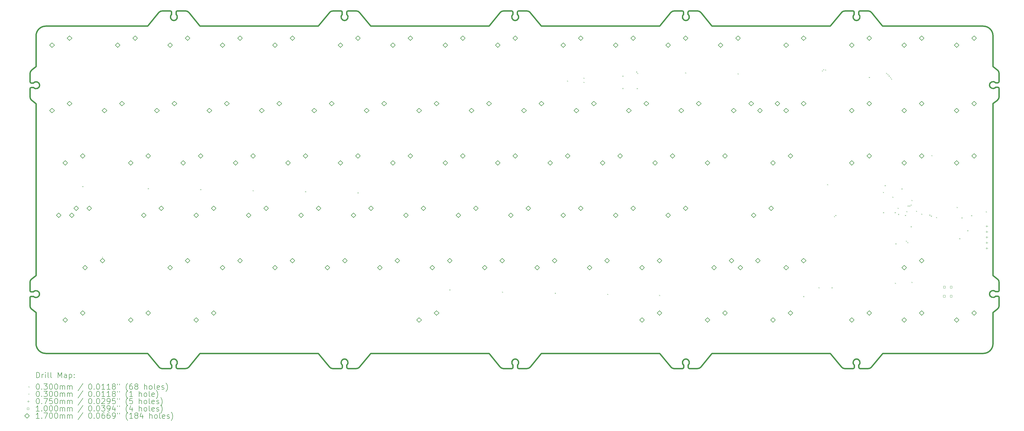
<source format=gbr>
%TF.GenerationSoftware,KiCad,Pcbnew,8.99.0-2193-g88272a59b7*%
%TF.CreationDate,2024-09-27T03:09:15+07:00*%
%TF.ProjectId,qk80,716b3830-2e6b-4696-9361-645f70636258,rev?*%
%TF.SameCoordinates,Original*%
%TF.FileFunction,Drillmap*%
%TF.FilePolarity,Positive*%
%FSLAX45Y45*%
G04 Gerber Fmt 4.5, Leading zero omitted, Abs format (unit mm)*
G04 Created by KiCad (PCBNEW 8.99.0-2193-g88272a59b7) date 2024-09-27 03:09:15*
%MOMM*%
%LPD*%
G01*
G04 APERTURE LIST*
%ADD10C,0.500000*%
%ADD11C,0.200000*%
%ADD12C,0.100000*%
%ADD13C,0.170000*%
G04 APERTURE END LIST*
D10*
X111000215Y34904320D02*
X106700210Y34904317D01*
X116555093Y34904351D02*
X116555093Y34904350D01*
X117003518Y36985531D02*
G75*
G02*
X116999774Y37150395I-95798J80300D01*
G01*
X117128002Y44546293D02*
X117127897Y44229355D01*
X93429218Y47237616D02*
G75*
G02*
X93264357Y47233873I-80298J-95806D01*
G01*
X81983426Y45209924D02*
X82141351Y45336445D01*
X111522963Y47362214D02*
X111824270Y47362214D01*
X116907596Y46456032D02*
X116907601Y45342145D01*
X106700210Y34904317D02*
X106290137Y34403197D01*
X112029214Y47237613D02*
X112029266Y47322242D01*
X117066560Y36515592D02*
X116907718Y36390830D01*
X92398921Y34904319D02*
X88098914Y34904314D01*
X87024250Y47362217D02*
G75*
G02*
X87064267Y47322236I0J-40017D01*
G01*
X117003518Y36985531D02*
X117088144Y36985479D01*
X86722850Y47362217D02*
X87024250Y47362217D01*
X111864266Y47321973D02*
X111864351Y47233878D01*
X112034861Y34393917D02*
X112034861Y34393917D01*
X111403558Y34410722D02*
X111000215Y34904320D01*
X93429218Y47237616D02*
X93429269Y47322242D01*
X81924255Y44781815D02*
X81924360Y45099245D01*
X99424260Y47362214D02*
G75*
G02*
X99464264Y47322214I0J-40004D01*
G01*
X116907718Y36390830D02*
X116907596Y35256819D01*
X111829610Y34353917D02*
X111512411Y34354022D01*
X81924255Y44235231D02*
X81924255Y44536800D01*
X99112412Y34354020D02*
G75*
G02*
X99003425Y34410877I8088J148390D01*
G01*
X87229218Y47237616D02*
X87229270Y47322242D01*
X111408991Y47312937D02*
G75*
G02*
X111522963Y47362215I110559J-99267D01*
G01*
X93774940Y34353916D02*
X93473570Y34353916D01*
X93895758Y47305185D02*
X94298916Y46811814D01*
X112029266Y47322242D02*
G75*
G02*
X112069273Y47362214I39994J-22D01*
G01*
X81924360Y45099245D02*
G75*
G02*
X81983426Y45209924I148400J-8095D01*
G01*
X104798922Y46811814D02*
X105208998Y47312937D01*
X100095556Y47305426D02*
X100498913Y46811811D01*
X117087906Y37150478D02*
X116999772Y37150393D01*
X105829272Y47322232D02*
G75*
G02*
X105869616Y47362217I40008J-22D01*
G01*
X111824270Y47362214D02*
G75*
G02*
X111864263Y47321973I0J-39994D01*
G01*
X104800213Y34904320D02*
X100500211Y34904315D01*
X105624270Y47362214D02*
G75*
G02*
X105664270Y47321633I-10J-40014D01*
G01*
X99629215Y47237613D02*
X99629267Y47322242D01*
X106290137Y34403197D02*
G75*
G02*
X106176339Y34353915I-110527J99193D01*
G01*
X93268619Y34478518D02*
X93268568Y34393893D01*
X111512411Y34354022D02*
G75*
G02*
X111403560Y34410724I8109J148398D01*
G01*
X116907601Y43992145D02*
X116907718Y37740830D01*
X117128120Y36945142D02*
X117128014Y36628030D01*
X81921105Y37500875D02*
G75*
G02*
X81982501Y37613289I148415J-8085D01*
G01*
X117088024Y44586793D02*
G75*
G02*
X117128000Y44546293I-35J-40013D01*
G01*
X82045601Y37143395D02*
X81960975Y37143447D01*
X93786719Y47362112D02*
G75*
G02*
X93895757Y47305185I-8099J-148402D01*
G01*
X112495599Y47305372D02*
X112898912Y46811811D01*
X99986723Y47362109D02*
G75*
G02*
X100095553Y47305423I-8113J-148389D01*
G01*
X105312414Y34354022D02*
G75*
G02*
X105203385Y34410931I8096J148408D01*
G01*
X82141346Y35256867D02*
X82141401Y36388095D01*
X93433567Y34393916D02*
X93433568Y34393916D01*
X110998916Y46811814D02*
X111408991Y47312937D01*
X112069273Y47362214D02*
X112386726Y47362109D01*
X99469913Y34478516D02*
X99469861Y34393893D01*
X82048857Y44741749D02*
X81964230Y44741801D01*
X86608997Y47312942D02*
G75*
G02*
X86722850Y47362217I110523J-99203D01*
G01*
X111869913Y34478518D02*
X111869861Y34393893D01*
X82141401Y37738095D02*
X82144656Y43986450D01*
X105834860Y34393879D02*
X105834774Y34482262D01*
X99669273Y47362210D02*
X99669273Y47362214D01*
X99464267Y47322214D02*
X99464353Y47233864D01*
X117127897Y44229355D02*
G75*
G02*
X117066497Y44116946I-148397J8085D01*
G01*
X105629847Y34353918D02*
X105629847Y34353917D01*
X81961173Y36978447D02*
X82049341Y36978532D01*
X82141346Y46458097D02*
G75*
G02*
X82493731Y46810604I352504J3D01*
G01*
X99008994Y47312938D02*
G75*
G02*
X99122809Y47362214I110526J-99208D01*
G01*
X87028310Y34353915D02*
X86711113Y34354020D01*
X86198920Y46811817D02*
X86608997Y47312942D01*
X99469913Y34478516D02*
G75*
G02*
X99634776Y34482263I80297J95804D01*
G01*
X99674860Y34353915D02*
G75*
G02*
X99634858Y34394423I10J40015D01*
G01*
X81960975Y37143447D02*
G75*
G02*
X81920998Y37183714I25J40003D01*
G01*
X99429847Y34353915D02*
X99112412Y34354020D01*
X93224250Y47362217D02*
G75*
G02*
X93264267Y47322236I0J-40017D01*
G01*
X99634861Y34394423D02*
X99634776Y34482263D01*
X87229270Y47322242D02*
G75*
G02*
X87269483Y47362220I40001J-22D01*
G01*
X88098916Y46811814D02*
X92398919Y46811817D01*
X111869913Y34478518D02*
G75*
G02*
X112034776Y34482265I80297J95802D01*
G01*
X105323044Y47362214D02*
X105624270Y47362214D01*
X116555093Y34904350D02*
X112900211Y34904316D01*
X112386726Y47362109D02*
G75*
G02*
X112495595Y47305369I-8116J-148389D01*
G01*
X82141347Y35256867D02*
X82141346Y35256867D01*
X81921000Y37183714D02*
X81921105Y37500875D01*
X105208998Y47312937D02*
G75*
G02*
X105323044Y47362213I110562J-99278D01*
G01*
X111869861Y34393893D02*
G75*
G02*
X111829610Y34353919I-40002J27D01*
G01*
X112898912Y46811811D02*
X116555207Y46810600D01*
X93473570Y34353916D02*
G75*
G02*
X93433566Y34393916I0J40004D01*
G01*
X87586719Y47362112D02*
G75*
G02*
X87695757Y47305185I-8099J-148402D01*
G01*
X92911106Y34354022D02*
G75*
G02*
X92802338Y34410631I8094J148349D01*
G01*
X100500211Y34904315D02*
X100090138Y34403195D01*
X93429269Y47322242D02*
G75*
G02*
X93469483Y47362220I40001J-22D01*
G01*
X82045601Y37143395D02*
G75*
G02*
X82049337Y36978528I95799J-80305D01*
G01*
X106698918Y46811811D02*
X110998916Y46811814D01*
X87695758Y47305185D02*
X88098916Y46811814D01*
X82048857Y44741749D02*
G75*
G02*
X82052598Y44576887I95804J-80299D01*
G01*
X87229218Y47237616D02*
G75*
G02*
X87064357Y47233873I-80298J-95806D01*
G01*
X105869616Y47362214D02*
X106186736Y47362109D01*
X92922849Y47362217D02*
X93224250Y47362217D01*
X87068564Y34393893D02*
G75*
G02*
X87028310Y34353917I-40004J27D01*
G01*
X87269483Y47362217D02*
X87586719Y47362112D01*
X99464267Y47322214D02*
X99464267Y47322214D01*
X99429847Y34353916D02*
X99429847Y34353915D01*
X112376431Y34353917D02*
X112074890Y34353917D01*
X93268619Y34478518D02*
G75*
G02*
X93433482Y34482258I80301J95792D01*
G01*
X81964230Y44741801D02*
G75*
G02*
X81924261Y44781815I30J39999D01*
G01*
X105669860Y34393893D02*
G75*
G02*
X105629847Y34353920I-40000J27D01*
G01*
X117128002Y44791797D02*
G75*
G02*
X117088002Y44751797I-40003J3D01*
G01*
X112490140Y34403199D02*
G75*
G02*
X112376431Y34353920I-110521J99191D01*
G01*
X112034861Y34393917D02*
X112034776Y34482265D01*
X116907718Y37740830D02*
X117078841Y37605754D01*
X117003401Y44586845D02*
X117088024Y44586793D01*
X81924255Y44536800D02*
G75*
G02*
X81964217Y44576805I40005J0D01*
G01*
X86602083Y34410937D02*
X86198918Y34904318D01*
X81973541Y44121519D02*
G75*
G02*
X81924260Y44235231I99209J110531D01*
G01*
X100498913Y46811811D02*
X104798922Y46811814D01*
X93469483Y47362217D02*
X93786719Y47362112D01*
X81921000Y36938454D02*
G75*
G02*
X81961173Y36978440I39990J-4D01*
G01*
X92808997Y47312942D02*
G75*
G02*
X92922849Y47362217I110523J-99203D01*
G01*
X116907596Y35256819D02*
G75*
G02*
X116555093Y34904354I-352506J41D01*
G01*
X82144656Y43986450D02*
X81973541Y44121519D01*
X99976073Y34353915D02*
X99674860Y34353915D01*
X99629215Y47237613D02*
G75*
G02*
X99464353Y47233864I-80296J-95793D01*
G01*
X112900211Y34904316D02*
X112490140Y34403199D01*
X105629847Y34353917D02*
X105312414Y34354022D01*
X92398919Y46811817D02*
X92808997Y47312942D01*
X116555207Y46810600D02*
G75*
G02*
X116907594Y46456032I-127J-352520D01*
G01*
X117128003Y45093197D02*
X117128002Y44791797D01*
X105664272Y47321633D02*
X105664357Y47233872D01*
X106295691Y47305267D02*
X106698918Y46811811D01*
X82493843Y34904350D02*
G75*
G02*
X82141340Y35256867I-3J352500D01*
G01*
X117066496Y44116948D02*
X116907601Y43992145D01*
X93227825Y34353916D02*
X92911106Y34354022D01*
X82493731Y46810600D02*
X86198920Y46811817D01*
X82141351Y45336445D02*
X82141346Y46458097D01*
X112074890Y34353917D02*
G75*
G02*
X112034867Y34393917I10J40033D01*
G01*
X105829220Y47237613D02*
G75*
G02*
X105664358Y47233872I-80300J-95793D01*
G01*
X86198918Y34904318D02*
X82493843Y34904350D01*
X87068616Y34478516D02*
X87068564Y34393893D01*
X87273570Y34353915D02*
G75*
G02*
X87233560Y34394610I10J40026D01*
G01*
X105669911Y34478518D02*
X105669860Y34393893D01*
X106186736Y47362109D02*
G75*
G02*
X106295687Y47305264I-8116J-148389D01*
G01*
X81982502Y37613288D02*
X82141401Y37738095D01*
X94298916Y46811814D02*
X98598917Y46811814D01*
X81964217Y44576801D02*
X82052598Y44576887D01*
X82141401Y36388095D02*
X81970270Y36523177D01*
X117128120Y37491945D02*
X117128120Y37190477D01*
X117128014Y36628030D02*
G75*
G02*
X117066559Y36515592I-148404J8100D01*
G01*
X99469861Y34393893D02*
G75*
G02*
X99429847Y34353919I-40001J27D01*
G01*
X99122809Y47362214D02*
X99424260Y47362214D01*
X117128120Y37190477D02*
G75*
G02*
X117087906Y37150481I-40000J3D01*
G01*
X117003401Y44586845D02*
G75*
G02*
X116999667Y44751710I-95801J80305D01*
G01*
X117078723Y45207070D02*
G75*
G02*
X117128001Y45093197I-99253J-110550D01*
G01*
X105203386Y34410931D02*
X104800213Y34904320D01*
X87688843Y34403198D02*
G75*
G02*
X87574904Y34353915I-110553J99242D01*
G01*
X99669273Y47362214D02*
X99986723Y47362109D01*
X105829220Y47237613D02*
X105829272Y47322232D01*
X112029214Y47237613D02*
G75*
G02*
X111864351Y47233878I-80304J-95793D01*
G01*
X99003428Y34410880D02*
X98600215Y34904318D01*
X81921000Y36637000D02*
X81921000Y36938454D01*
X87068616Y34478516D02*
G75*
G02*
X87233482Y34482252I80305J95794D01*
G01*
X106176339Y34353917D02*
X105874860Y34353917D01*
X98600215Y34904318D02*
X94298918Y34904316D01*
X100090138Y34403195D02*
G75*
G02*
X99976073Y34353912I-110568J99265D01*
G01*
X93268568Y34393893D02*
G75*
G02*
X93227825Y34353919I-40018J37D01*
G01*
X117088144Y36985479D02*
G75*
G02*
X117128117Y36945142I-25J-39999D01*
G01*
X92802339Y34410631D02*
X92398921Y34904319D01*
X93264269Y47322236D02*
X93264355Y47233875D01*
X117088002Y44751793D02*
X117088003Y44751793D01*
X81970270Y36523177D02*
G75*
G02*
X81921001Y36637000I99220J110523D01*
G01*
X87574904Y34353914D02*
X87273570Y34353915D01*
X93888847Y34403199D02*
G75*
G02*
X93774940Y34353917I-110547J99231D01*
G01*
X117088003Y44751793D02*
X116999665Y44751707D01*
X86711113Y34354020D02*
G75*
G02*
X86602085Y34410939I8097J148390D01*
G01*
X112069273Y47362212D02*
X112069273Y47362214D01*
X105874860Y34353917D02*
G75*
G02*
X105834857Y34393879I0J40003D01*
G01*
X117078841Y37605754D02*
G75*
G02*
X117128124Y37491945I-99251J-110554D01*
G01*
X105669911Y34478518D02*
G75*
G02*
X105834774Y34482262I80299J95802D01*
G01*
X116907601Y45342145D02*
X117078723Y45207070D01*
X98598917Y46811814D02*
X99008994Y47312938D01*
X93433568Y34393916D02*
X93433482Y34482258D01*
X87233563Y34394610D02*
X87233478Y34482256D01*
X99629267Y47322242D02*
G75*
G02*
X99669273Y47362213I39983J-12D01*
G01*
X88098914Y34904314D02*
X87688843Y34403198D01*
X94298918Y34904316D02*
X93888847Y34403199D01*
X87064270Y47322236D02*
X87064355Y47233875D01*
D11*
D12*
X83819951Y40991000D02*
X83849951Y40961000D01*
X83849951Y40991000D02*
X83819951Y40961000D01*
X86201151Y40914000D02*
X86231151Y40884000D01*
X86231151Y40914000D02*
X86201151Y40884000D01*
X88106151Y40882000D02*
X88136151Y40852000D01*
X88136151Y40882000D02*
X88106151Y40852000D01*
X90011151Y40843000D02*
X90041151Y40813000D01*
X90041151Y40843000D02*
X90011151Y40813000D01*
X91916151Y40803000D02*
X91946151Y40773000D01*
X91946151Y40803000D02*
X91916151Y40773000D01*
X93821151Y40763000D02*
X93851151Y40733000D01*
X93851151Y40763000D02*
X93821151Y40733000D01*
X97154901Y37233000D02*
X97184901Y37203000D01*
X97184901Y37233000D02*
X97154901Y37203000D01*
X99072000Y37151000D02*
X99102000Y37121000D01*
X99102000Y37151000D02*
X99072000Y37121000D01*
X100990000Y37111000D02*
X101020000Y37081000D01*
X101020000Y37111000D02*
X100990000Y37081000D01*
X101432000Y44830000D02*
X101462000Y44800000D01*
X101462000Y44830000D02*
X101432000Y44800000D01*
X102028140Y44937910D02*
X102058140Y44907910D01*
X102058140Y44937910D02*
X102028140Y44907910D01*
X102029000Y44785000D02*
X102059000Y44755000D01*
X102059000Y44785000D02*
X102029000Y44755000D01*
X102892000Y37071000D02*
X102922000Y37041000D01*
X102922000Y37071000D02*
X102892000Y37041000D01*
X103443000Y45009000D02*
X103473000Y44979000D01*
X103473000Y45009000D02*
X103443000Y44979000D01*
X103443000Y44559000D02*
X103473000Y44529000D01*
X103473000Y44559000D02*
X103443000Y44529000D01*
X103944355Y45160645D02*
X103974355Y45130645D01*
X103974355Y45160645D02*
X103944355Y45130645D01*
X103963000Y44557000D02*
X103993000Y44527000D01*
X103993000Y44557000D02*
X103963000Y44527000D01*
X103979259Y45111841D02*
X104009259Y45081841D01*
X104009259Y45111841D02*
X103979259Y45081841D01*
X104774901Y37031000D02*
X104804901Y37001000D01*
X104804901Y37031000D02*
X104774901Y37001000D01*
X105727401Y45125000D02*
X105757401Y45095000D01*
X105757401Y45125000D02*
X105727401Y45095000D01*
X107632401Y45091495D02*
X107662401Y45061495D01*
X107662401Y45091495D02*
X107632401Y45061495D01*
X110013651Y36991000D02*
X110043651Y36961000D01*
X110043651Y36991000D02*
X110013651Y36961000D01*
X110568000Y37311000D02*
X110598000Y37281000D01*
X110598000Y37311000D02*
X110568000Y37281000D01*
X110692019Y45200019D02*
X110722019Y45170019D01*
X110722019Y45200019D02*
X110692019Y45170019D01*
X110737981Y45245981D02*
X110767981Y45215981D01*
X110767981Y45245981D02*
X110737981Y45215981D01*
X110809265Y45231265D02*
X110839265Y45201265D01*
X110839265Y45231265D02*
X110809265Y45201265D01*
X110881500Y41065245D02*
X110911500Y41035245D01*
X110911500Y41065245D02*
X110881500Y41035245D01*
X111043000Y37309000D02*
X111073000Y37279000D01*
X111073000Y37309000D02*
X111043000Y37279000D01*
X111133019Y39897019D02*
X111163019Y39867019D01*
X111163019Y39897019D02*
X111133019Y39867019D01*
X111178981Y39942981D02*
X111208981Y39912981D01*
X111208981Y39942981D02*
X111178981Y39912981D01*
X112394901Y44963038D02*
X112424901Y44933038D01*
X112424901Y44963038D02*
X112394901Y44933038D01*
X112908500Y40778500D02*
X112938500Y40748500D01*
X112938500Y40778500D02*
X112908500Y40748500D01*
X112912000Y40041000D02*
X112942000Y40011000D01*
X112942000Y40041000D02*
X112912000Y40011000D01*
X112974000Y41023000D02*
X113004000Y40993000D01*
X113004000Y41023000D02*
X112974000Y40993000D01*
X113026000Y45108000D02*
X113056000Y45078000D01*
X113056000Y45108000D02*
X113026000Y45078000D01*
X113076000Y45066000D02*
X113106000Y45036000D01*
X113106000Y45066000D02*
X113076000Y45036000D01*
X113116000Y45013038D02*
X113146000Y44983038D01*
X113146000Y45013038D02*
X113116000Y44983038D01*
X113166000Y44959000D02*
X113196000Y44929000D01*
X113196000Y44959000D02*
X113166000Y44929000D01*
X113206000Y44900943D02*
X113236000Y44870943D01*
X113236000Y44900943D02*
X113206000Y44870943D01*
X113252000Y40604000D02*
X113282000Y40574000D01*
X113282000Y40604000D02*
X113252000Y40574000D01*
X113337000Y40043000D02*
X113367000Y40013000D01*
X113367000Y40043000D02*
X113337000Y40013000D01*
X113344000Y37471000D02*
X113374000Y37441000D01*
X113374000Y37471000D02*
X113344000Y37441000D01*
X113362000Y38909000D02*
X113392000Y38879000D01*
X113392000Y38909000D02*
X113362000Y38879000D01*
X113441000Y40204000D02*
X113471000Y40174000D01*
X113471000Y40204000D02*
X113441000Y40174000D01*
X113459000Y39979000D02*
X113489000Y39949000D01*
X113489000Y39979000D02*
X113459000Y39949000D01*
X113584708Y40906708D02*
X113614708Y40876708D01*
X113614708Y40906708D02*
X113584708Y40876708D01*
X113710000Y39943000D02*
X113740000Y39913000D01*
X113740000Y39943000D02*
X113710000Y39913000D01*
X113745000Y39006000D02*
X113775000Y38976000D01*
X113775000Y39006000D02*
X113745000Y38976000D01*
X113760000Y40083000D02*
X113790000Y40053000D01*
X113790000Y40083000D02*
X113760000Y40053000D01*
X113796344Y38956000D02*
X113826344Y38926000D01*
X113826344Y38956000D02*
X113796344Y38926000D01*
X113807000Y40283000D02*
X113837000Y40253000D01*
X113837000Y40283000D02*
X113807000Y40253000D01*
X113866957Y40285263D02*
X113896957Y40255263D01*
X113896957Y40285263D02*
X113866957Y40255263D01*
X113916957Y40321000D02*
X113946957Y40291000D01*
X113946957Y40321000D02*
X113916957Y40291000D01*
X113918000Y39531000D02*
X113948000Y39501000D01*
X113948000Y39531000D02*
X113918000Y39501000D01*
X113947424Y40487424D02*
X113977424Y40457424D01*
X113977424Y40487424D02*
X113947424Y40457424D01*
X113948000Y37509000D02*
X113978000Y37479000D01*
X113978000Y37509000D02*
X113948000Y37479000D01*
X114110000Y40093000D02*
X114140000Y40063000D01*
X114140000Y40093000D02*
X114110000Y40063000D01*
X114299901Y39989000D02*
X114329901Y39959000D01*
X114329901Y39989000D02*
X114299901Y39959000D01*
X114593000Y39954000D02*
X114623000Y39924000D01*
X114623000Y39954000D02*
X114593000Y39924000D01*
X114650000Y39914000D02*
X114680000Y39884000D01*
X114680000Y39914000D02*
X114650000Y39884000D01*
X114672000Y42118000D02*
X114702000Y42088000D01*
X114702000Y42118000D02*
X114672000Y42088000D01*
X114839000Y39864000D02*
X114869000Y39834000D01*
X114869000Y39864000D02*
X114839000Y39834000D01*
X115590000Y40233471D02*
X115620000Y40203471D01*
X115620000Y40233471D02*
X115590000Y40203471D01*
X115681000Y39096000D02*
X115711000Y39066000D01*
X115711000Y39096000D02*
X115681000Y39066000D01*
X115764000Y39853000D02*
X115794000Y39823000D01*
X115794000Y39853000D02*
X115764000Y39823000D01*
X115973000Y39388000D02*
X116003000Y39358000D01*
X116003000Y39388000D02*
X115973000Y39358000D01*
X116114000Y39932000D02*
X116144000Y39902000D01*
X116144000Y39932000D02*
X116114000Y39902000D01*
X116647000Y40071000D02*
X116677000Y40041000D01*
X116677000Y40071000D02*
X116647000Y40041000D01*
X84571711Y38401995D02*
G75*
G02*
X84541711Y38401995I-15000J0D01*
G01*
X84541711Y38401995D02*
G75*
G02*
X84571711Y38401995I15000J0D01*
G01*
X116682000Y39569500D02*
X116682000Y39494500D01*
X116644500Y39532000D02*
X116719500Y39532000D01*
X116682000Y39369500D02*
X116682000Y39294500D01*
X116644500Y39332000D02*
X116719500Y39332000D01*
X116682000Y39169500D02*
X116682000Y39094500D01*
X116644500Y39132000D02*
X116719500Y39132000D01*
X116682000Y38969500D02*
X116682000Y38894500D01*
X116644500Y38932000D02*
X116719500Y38932000D01*
X116682000Y38769500D02*
X116682000Y38694500D01*
X116644500Y38732000D02*
X116719500Y38732000D01*
X115170356Y36951644D02*
X115170356Y37022356D01*
X115099644Y37022356D01*
X115099644Y36951644D01*
X115170356Y36951644D01*
X115171356Y37283644D02*
X115171356Y37354356D01*
X115100644Y37354356D01*
X115100644Y37283644D01*
X115171356Y37283644D01*
X115420356Y36951644D02*
X115420356Y37022356D01*
X115349644Y37022356D01*
X115349644Y36951644D01*
X115420356Y36951644D01*
X115421356Y37283644D02*
X115421356Y37354356D01*
X115350644Y37354356D01*
X115350644Y37283644D01*
X115421356Y37283644D01*
D13*
X82723651Y46033245D02*
X82808651Y46118245D01*
X82723651Y46203245D01*
X82638651Y46118245D01*
X82723651Y46033245D01*
X82723651Y43651995D02*
X82808651Y43736995D01*
X82723651Y43821995D01*
X82638651Y43736995D01*
X82723651Y43651995D01*
X82961751Y39841995D02*
X83046751Y39926995D01*
X82961751Y40011995D01*
X82876751Y39926995D01*
X82961751Y39841995D01*
X83199951Y41746995D02*
X83284951Y41831995D01*
X83199951Y41916995D01*
X83114951Y41831995D01*
X83199951Y41746995D01*
X83199951Y36031995D02*
X83284951Y36116995D01*
X83199951Y36201995D01*
X83114951Y36116995D01*
X83199951Y36031995D01*
X83358651Y46287245D02*
X83443651Y46372245D01*
X83358651Y46457245D01*
X83273651Y46372245D01*
X83358651Y46287245D01*
X83358651Y43905995D02*
X83443651Y43990995D01*
X83358651Y44075995D01*
X83273651Y43990995D01*
X83358651Y43905995D01*
X83438051Y39841995D02*
X83523051Y39926995D01*
X83438051Y40011995D01*
X83353051Y39926995D01*
X83438051Y39841995D01*
X83596751Y40095995D02*
X83681751Y40180995D01*
X83596751Y40265995D01*
X83511751Y40180995D01*
X83596751Y40095995D01*
X83834951Y42000995D02*
X83919951Y42085995D01*
X83834951Y42170995D01*
X83749951Y42085995D01*
X83834951Y42000995D01*
X83834951Y36285995D02*
X83919951Y36370995D01*
X83834951Y36455995D01*
X83749951Y36370995D01*
X83834951Y36285995D01*
X83921711Y37936995D02*
X84006711Y38021995D01*
X83921711Y38106995D01*
X83836711Y38021995D01*
X83921711Y37936995D01*
X84073051Y40095995D02*
X84158051Y40180995D01*
X84073051Y40265995D01*
X83988051Y40180995D01*
X84073051Y40095995D01*
X84556711Y38190995D02*
X84641711Y38275995D01*
X84556711Y38360995D01*
X84471711Y38275995D01*
X84556711Y38190995D01*
X84628651Y43651995D02*
X84713651Y43736995D01*
X84628651Y43821995D01*
X84543651Y43736995D01*
X84628651Y43651995D01*
X85104901Y46033245D02*
X85189901Y46118245D01*
X85104901Y46203245D01*
X85019901Y46118245D01*
X85104901Y46033245D01*
X85263651Y43905995D02*
X85348651Y43990995D01*
X85263651Y44075995D01*
X85178651Y43990995D01*
X85263651Y43905995D01*
X85581151Y41746995D02*
X85666151Y41831995D01*
X85581151Y41916995D01*
X85496151Y41831995D01*
X85581151Y41746995D01*
X85581151Y36031995D02*
X85666151Y36116995D01*
X85581151Y36201995D01*
X85496151Y36116995D01*
X85581151Y36031995D01*
X85739901Y46287245D02*
X85824901Y46372245D01*
X85739901Y46457245D01*
X85654901Y46372245D01*
X85739901Y46287245D01*
X86057401Y39841995D02*
X86142401Y39926995D01*
X86057401Y40011995D01*
X85972401Y39926995D01*
X86057401Y39841995D01*
X86216151Y42000995D02*
X86301151Y42085995D01*
X86216151Y42170995D01*
X86131151Y42085995D01*
X86216151Y42000995D01*
X86216151Y36285995D02*
X86301151Y36370995D01*
X86216151Y36455995D01*
X86131151Y36370995D01*
X86216151Y36285995D01*
X86533651Y43651995D02*
X86618651Y43736995D01*
X86533651Y43821995D01*
X86448651Y43736995D01*
X86533651Y43651995D01*
X86692401Y40095995D02*
X86777401Y40180995D01*
X86692401Y40265995D01*
X86607401Y40180995D01*
X86692401Y40095995D01*
X87009901Y46033245D02*
X87094901Y46118245D01*
X87009901Y46203245D01*
X86924901Y46118245D01*
X87009901Y46033245D01*
X87009901Y37936995D02*
X87094901Y38021995D01*
X87009901Y38106995D01*
X86924901Y38021995D01*
X87009901Y37936995D01*
X87168651Y43905995D02*
X87253651Y43990995D01*
X87168651Y44075995D01*
X87083651Y43990995D01*
X87168651Y43905995D01*
X87486151Y41746995D02*
X87571151Y41831995D01*
X87486151Y41916995D01*
X87401151Y41831995D01*
X87486151Y41746995D01*
X87644901Y46287245D02*
X87729901Y46372245D01*
X87644901Y46457245D01*
X87559901Y46372245D01*
X87644901Y46287245D01*
X87644901Y38190995D02*
X87729901Y38275995D01*
X87644901Y38360995D01*
X87559901Y38275995D01*
X87644901Y38190995D01*
X87962401Y39841995D02*
X88047401Y39926995D01*
X87962401Y40011995D01*
X87877401Y39926995D01*
X87962401Y39841995D01*
X87962451Y36031995D02*
X88047451Y36116995D01*
X87962451Y36201995D01*
X87877451Y36116995D01*
X87962451Y36031995D01*
X88121151Y42000995D02*
X88206151Y42085995D01*
X88121151Y42170995D01*
X88036151Y42085995D01*
X88121151Y42000995D01*
X88438651Y43651995D02*
X88523651Y43736995D01*
X88438651Y43821995D01*
X88353651Y43736995D01*
X88438651Y43651995D01*
X88597401Y40095995D02*
X88682401Y40180995D01*
X88597401Y40265995D01*
X88512401Y40180995D01*
X88597401Y40095995D01*
X88597451Y36285995D02*
X88682451Y36370995D01*
X88597451Y36455995D01*
X88512451Y36370995D01*
X88597451Y36285995D01*
X88914901Y46033245D02*
X88999901Y46118245D01*
X88914901Y46203245D01*
X88829901Y46118245D01*
X88914901Y46033245D01*
X88914901Y37936995D02*
X88999901Y38021995D01*
X88914901Y38106995D01*
X88829901Y38021995D01*
X88914901Y37936995D01*
X89073651Y43905995D02*
X89158651Y43990995D01*
X89073651Y44075995D01*
X88988651Y43990995D01*
X89073651Y43905995D01*
X89391151Y41746995D02*
X89476151Y41831995D01*
X89391151Y41916995D01*
X89306151Y41831995D01*
X89391151Y41746995D01*
X89549901Y46287245D02*
X89634901Y46372245D01*
X89549901Y46457245D01*
X89464901Y46372245D01*
X89549901Y46287245D01*
X89549901Y38190995D02*
X89634901Y38275995D01*
X89549901Y38360995D01*
X89464901Y38275995D01*
X89549901Y38190995D01*
X89867401Y39841995D02*
X89952401Y39926995D01*
X89867401Y40011995D01*
X89782401Y39926995D01*
X89867401Y39841995D01*
X90026151Y42000995D02*
X90111151Y42085995D01*
X90026151Y42170995D01*
X89941151Y42085995D01*
X90026151Y42000995D01*
X90343651Y43651995D02*
X90428651Y43736995D01*
X90343651Y43821995D01*
X90258651Y43736995D01*
X90343651Y43651995D01*
X90502401Y40095995D02*
X90587401Y40180995D01*
X90502401Y40265995D01*
X90417401Y40180995D01*
X90502401Y40095995D01*
X90819901Y46033245D02*
X90904901Y46118245D01*
X90819901Y46203245D01*
X90734901Y46118245D01*
X90819901Y46033245D01*
X90819901Y37936995D02*
X90904901Y38021995D01*
X90819901Y38106995D01*
X90734901Y38021995D01*
X90819901Y37936995D01*
X90978651Y43905995D02*
X91063651Y43990995D01*
X90978651Y44075995D01*
X90893651Y43990995D01*
X90978651Y43905995D01*
X91296151Y41746995D02*
X91381151Y41831995D01*
X91296151Y41916995D01*
X91211151Y41831995D01*
X91296151Y41746995D01*
X91454901Y46287245D02*
X91539901Y46372245D01*
X91454901Y46457245D01*
X91369901Y46372245D01*
X91454901Y46287245D01*
X91454901Y38190995D02*
X91539901Y38275995D01*
X91454901Y38360995D01*
X91369901Y38275995D01*
X91454901Y38190995D01*
X91772401Y39841995D02*
X91857401Y39926995D01*
X91772401Y40011995D01*
X91687401Y39926995D01*
X91772401Y39841995D01*
X91931151Y42000995D02*
X92016151Y42085995D01*
X91931151Y42170995D01*
X91846151Y42085995D01*
X91931151Y42000995D01*
X92248651Y43651995D02*
X92333651Y43736995D01*
X92248651Y43821995D01*
X92163651Y43736995D01*
X92248651Y43651995D01*
X92407401Y40095995D02*
X92492401Y40180995D01*
X92407401Y40265995D01*
X92322401Y40180995D01*
X92407401Y40095995D01*
X92724901Y37936995D02*
X92809901Y38021995D01*
X92724901Y38106995D01*
X92639901Y38021995D01*
X92724901Y37936995D01*
X92883651Y43905995D02*
X92968651Y43990995D01*
X92883651Y44075995D01*
X92798651Y43990995D01*
X92883651Y43905995D01*
X93201151Y46033245D02*
X93286151Y46118245D01*
X93201151Y46203245D01*
X93116151Y46118245D01*
X93201151Y46033245D01*
X93201151Y41746995D02*
X93286151Y41831995D01*
X93201151Y41916995D01*
X93116151Y41831995D01*
X93201151Y41746995D01*
X93359901Y38190995D02*
X93444901Y38275995D01*
X93359901Y38360995D01*
X93274901Y38275995D01*
X93359901Y38190995D01*
X93677401Y39841995D02*
X93762401Y39926995D01*
X93677401Y40011995D01*
X93592401Y39926995D01*
X93677401Y39841995D01*
X93836151Y46287245D02*
X93921151Y46372245D01*
X93836151Y46457245D01*
X93751151Y46372245D01*
X93836151Y46287245D01*
X93836151Y42000995D02*
X93921151Y42085995D01*
X93836151Y42170995D01*
X93751151Y42085995D01*
X93836151Y42000995D01*
X94153651Y43651995D02*
X94238651Y43736995D01*
X94153651Y43821995D01*
X94068651Y43736995D01*
X94153651Y43651995D01*
X94312401Y40095995D02*
X94397401Y40180995D01*
X94312401Y40265995D01*
X94227401Y40180995D01*
X94312401Y40095995D01*
X94629901Y37936995D02*
X94714901Y38021995D01*
X94629901Y38106995D01*
X94544901Y38021995D01*
X94629901Y37936995D01*
X94788651Y43905995D02*
X94873651Y43990995D01*
X94788651Y44075995D01*
X94703651Y43990995D01*
X94788651Y43905995D01*
X95106151Y46033245D02*
X95191151Y46118245D01*
X95106151Y46203245D01*
X95021151Y46118245D01*
X95106151Y46033245D01*
X95106151Y41746995D02*
X95191151Y41831995D01*
X95106151Y41916995D01*
X95021151Y41831995D01*
X95106151Y41746995D01*
X95264901Y38190995D02*
X95349901Y38275995D01*
X95264901Y38360995D01*
X95179901Y38275995D01*
X95264901Y38190995D01*
X95582401Y39841995D02*
X95667401Y39926995D01*
X95582401Y40011995D01*
X95497401Y39926995D01*
X95582401Y39841995D01*
X95741151Y46287245D02*
X95826151Y46372245D01*
X95741151Y46457245D01*
X95656151Y46372245D01*
X95741151Y46287245D01*
X95741151Y42000995D02*
X95826151Y42085995D01*
X95741151Y42170995D01*
X95656151Y42085995D01*
X95741151Y42000995D01*
X96058651Y43651995D02*
X96143651Y43736995D01*
X96058651Y43821995D01*
X95973651Y43736995D01*
X96058651Y43651995D01*
X96058651Y36032745D02*
X96143651Y36117745D01*
X96058651Y36202745D01*
X95973651Y36117745D01*
X96058651Y36032745D01*
X96217401Y40095995D02*
X96302401Y40180995D01*
X96217401Y40265995D01*
X96132401Y40180995D01*
X96217401Y40095995D01*
X96534901Y37936995D02*
X96619901Y38021995D01*
X96534901Y38106995D01*
X96449901Y38021995D01*
X96534901Y37936995D01*
X96693651Y43905995D02*
X96778651Y43990995D01*
X96693651Y44075995D01*
X96608651Y43990995D01*
X96693651Y43905995D01*
X96693651Y36286745D02*
X96778651Y36371745D01*
X96693651Y36456745D01*
X96608651Y36371745D01*
X96693651Y36286745D01*
X97011151Y46033245D02*
X97096151Y46118245D01*
X97011151Y46203245D01*
X96926151Y46118245D01*
X97011151Y46033245D01*
X97011151Y41746995D02*
X97096151Y41831995D01*
X97011151Y41916995D01*
X96926151Y41831995D01*
X97011151Y41746995D01*
X97169901Y38190995D02*
X97254901Y38275995D01*
X97169901Y38360995D01*
X97084901Y38275995D01*
X97169901Y38190995D01*
X97487401Y39841995D02*
X97572401Y39926995D01*
X97487401Y40011995D01*
X97402401Y39926995D01*
X97487401Y39841995D01*
X97646151Y46287245D02*
X97731151Y46372245D01*
X97646151Y46457245D01*
X97561151Y46372245D01*
X97646151Y46287245D01*
X97646151Y42000995D02*
X97731151Y42085995D01*
X97646151Y42170995D01*
X97561151Y42085995D01*
X97646151Y42000995D01*
X97963651Y43651995D02*
X98048651Y43736995D01*
X97963651Y43821995D01*
X97878651Y43736995D01*
X97963651Y43651995D01*
X98122401Y40095995D02*
X98207401Y40180995D01*
X98122401Y40265995D01*
X98037401Y40180995D01*
X98122401Y40095995D01*
X98439901Y37936995D02*
X98524901Y38021995D01*
X98439901Y38106995D01*
X98354901Y38021995D01*
X98439901Y37936995D01*
X98598651Y43905995D02*
X98683651Y43990995D01*
X98598651Y44075995D01*
X98513651Y43990995D01*
X98598651Y43905995D01*
X98916151Y46033245D02*
X99001151Y46118245D01*
X98916151Y46203245D01*
X98831151Y46118245D01*
X98916151Y46033245D01*
X98916151Y41746995D02*
X99001151Y41831995D01*
X98916151Y41916995D01*
X98831151Y41831995D01*
X98916151Y41746995D01*
X99074901Y38190995D02*
X99159901Y38275995D01*
X99074901Y38360995D01*
X98989901Y38275995D01*
X99074901Y38190995D01*
X99392401Y39841995D02*
X99477401Y39926995D01*
X99392401Y40011995D01*
X99307401Y39926995D01*
X99392401Y39841995D01*
X99551151Y46287245D02*
X99636151Y46372245D01*
X99551151Y46457245D01*
X99466151Y46372245D01*
X99551151Y46287245D01*
X99551151Y42000995D02*
X99636151Y42085995D01*
X99551151Y42170995D01*
X99466151Y42085995D01*
X99551151Y42000995D01*
X99868651Y43651995D02*
X99953651Y43736995D01*
X99868651Y43821995D01*
X99783651Y43736995D01*
X99868651Y43651995D01*
X100027401Y40095995D02*
X100112401Y40180995D01*
X100027401Y40265995D01*
X99942401Y40180995D01*
X100027401Y40095995D01*
X100344901Y37936995D02*
X100429901Y38021995D01*
X100344901Y38106995D01*
X100259901Y38021995D01*
X100344901Y37936995D01*
X100503651Y43905995D02*
X100588651Y43990995D01*
X100503651Y44075995D01*
X100418651Y43990995D01*
X100503651Y43905995D01*
X100821151Y41746995D02*
X100906151Y41831995D01*
X100821151Y41916995D01*
X100736151Y41831995D01*
X100821151Y41746995D01*
X100979901Y38190995D02*
X101064901Y38275995D01*
X100979901Y38360995D01*
X100894901Y38275995D01*
X100979901Y38190995D01*
X101297401Y46033245D02*
X101382401Y46118245D01*
X101297401Y46203245D01*
X101212401Y46118245D01*
X101297401Y46033245D01*
X101297401Y39841995D02*
X101382401Y39926995D01*
X101297401Y40011995D01*
X101212401Y39926995D01*
X101297401Y39841995D01*
X101456151Y42000995D02*
X101541151Y42085995D01*
X101456151Y42170995D01*
X101371151Y42085995D01*
X101456151Y42000995D01*
X101773651Y43651995D02*
X101858651Y43736995D01*
X101773651Y43821995D01*
X101688651Y43736995D01*
X101773651Y43651995D01*
X101932401Y46287245D02*
X102017401Y46372245D01*
X101932401Y46457245D01*
X101847401Y46372245D01*
X101932401Y46287245D01*
X101932401Y40095995D02*
X102017401Y40180995D01*
X101932401Y40265995D01*
X101847401Y40180995D01*
X101932401Y40095995D01*
X102249901Y37936995D02*
X102334901Y38021995D01*
X102249901Y38106995D01*
X102164901Y38021995D01*
X102249901Y37936995D01*
X102408651Y43905995D02*
X102493651Y43990995D01*
X102408651Y44075995D01*
X102323651Y43990995D01*
X102408651Y43905995D01*
X102726151Y41746995D02*
X102811151Y41831995D01*
X102726151Y41916995D01*
X102641151Y41831995D01*
X102726151Y41746995D01*
X102884901Y38190995D02*
X102969901Y38275995D01*
X102884901Y38360995D01*
X102799901Y38275995D01*
X102884901Y38190995D01*
X103202401Y46033245D02*
X103287401Y46118245D01*
X103202401Y46203245D01*
X103117401Y46118245D01*
X103202401Y46033245D01*
X103202401Y39841995D02*
X103287401Y39926995D01*
X103202401Y40011995D01*
X103117401Y39926995D01*
X103202401Y39841995D01*
X103361151Y42000995D02*
X103446151Y42085995D01*
X103361151Y42170995D01*
X103276151Y42085995D01*
X103361151Y42000995D01*
X103678651Y43651995D02*
X103763651Y43736995D01*
X103678651Y43821995D01*
X103593651Y43736995D01*
X103678651Y43651995D01*
X103837401Y46287245D02*
X103922401Y46372245D01*
X103837401Y46457245D01*
X103752401Y46372245D01*
X103837401Y46287245D01*
X103837401Y40095995D02*
X103922401Y40180995D01*
X103837401Y40265995D01*
X103752401Y40180995D01*
X103837401Y40095995D01*
X104154901Y37936995D02*
X104239901Y38021995D01*
X104154901Y38106995D01*
X104069901Y38021995D01*
X104154901Y37936995D01*
X104154951Y36031995D02*
X104239951Y36116995D01*
X104154951Y36201995D01*
X104069951Y36116995D01*
X104154951Y36031995D01*
X104313651Y43905995D02*
X104398651Y43990995D01*
X104313651Y44075995D01*
X104228651Y43990995D01*
X104313651Y43905995D01*
X104631151Y41746995D02*
X104716151Y41831995D01*
X104631151Y41916995D01*
X104546151Y41831995D01*
X104631151Y41746995D01*
X104789901Y38190995D02*
X104874901Y38275995D01*
X104789901Y38360995D01*
X104704901Y38275995D01*
X104789901Y38190995D01*
X104789951Y36285995D02*
X104874951Y36370995D01*
X104789951Y36455995D01*
X104704951Y36370995D01*
X104789951Y36285995D01*
X105107401Y46033245D02*
X105192401Y46118245D01*
X105107401Y46203245D01*
X105022401Y46118245D01*
X105107401Y46033245D01*
X105107401Y39841995D02*
X105192401Y39926995D01*
X105107401Y40011995D01*
X105022401Y39926995D01*
X105107401Y39841995D01*
X105266151Y42000995D02*
X105351151Y42085995D01*
X105266151Y42170995D01*
X105181151Y42085995D01*
X105266151Y42000995D01*
X105583651Y43651995D02*
X105668651Y43736995D01*
X105583651Y43821995D01*
X105498651Y43736995D01*
X105583651Y43651995D01*
X105742401Y46287245D02*
X105827401Y46372245D01*
X105742401Y46457245D01*
X105657401Y46372245D01*
X105742401Y46287245D01*
X105742401Y40095995D02*
X105827401Y40180995D01*
X105742401Y40265995D01*
X105657401Y40180995D01*
X105742401Y40095995D01*
X106218651Y43905995D02*
X106303651Y43990995D01*
X106218651Y44075995D01*
X106133651Y43990995D01*
X106218651Y43905995D01*
X106536151Y41746995D02*
X106621151Y41831995D01*
X106536151Y41916995D01*
X106451151Y41831995D01*
X106536151Y41746995D01*
X106536151Y36031995D02*
X106621151Y36116995D01*
X106536151Y36201995D01*
X106451151Y36116995D01*
X106536151Y36031995D01*
X106774301Y37936995D02*
X106859301Y38021995D01*
X106774301Y38106995D01*
X106689301Y38021995D01*
X106774301Y37936995D01*
X107012401Y46033245D02*
X107097401Y46118245D01*
X107012401Y46203245D01*
X106927401Y46118245D01*
X107012401Y46033245D01*
X107171151Y42000995D02*
X107256151Y42085995D01*
X107171151Y42170995D01*
X107086151Y42085995D01*
X107171151Y42000995D01*
X107171151Y36285995D02*
X107256151Y36370995D01*
X107171151Y36455995D01*
X107086151Y36370995D01*
X107171151Y36285995D01*
X107409301Y38190995D02*
X107494301Y38275995D01*
X107409301Y38360995D01*
X107324301Y38275995D01*
X107409301Y38190995D01*
X107488651Y43651995D02*
X107573651Y43736995D01*
X107488651Y43821995D01*
X107403651Y43736995D01*
X107488651Y43651995D01*
X107647401Y46287245D02*
X107732401Y46372245D01*
X107647401Y46457245D01*
X107562401Y46372245D01*
X107647401Y46287245D01*
X107726801Y37936995D02*
X107811801Y38021995D01*
X107726801Y38106995D01*
X107641801Y38021995D01*
X107726801Y37936995D01*
X108123651Y43905995D02*
X108208651Y43990995D01*
X108123651Y44075995D01*
X108038651Y43990995D01*
X108123651Y43905995D01*
X108210461Y39841995D02*
X108295461Y39926995D01*
X108210461Y40011995D01*
X108125461Y39926995D01*
X108210461Y39841995D01*
X108361801Y38190995D02*
X108446801Y38275995D01*
X108361801Y38360995D01*
X108276801Y38275995D01*
X108361801Y38190995D01*
X108441151Y43651995D02*
X108526151Y43736995D01*
X108441151Y43821995D01*
X108356151Y43736995D01*
X108441151Y43651995D01*
X108845461Y40095995D02*
X108930461Y40180995D01*
X108845461Y40265995D01*
X108760461Y40180995D01*
X108845461Y40095995D01*
X108917451Y41746995D02*
X109002451Y41831995D01*
X108917451Y41916995D01*
X108832451Y41831995D01*
X108917451Y41746995D01*
X108917451Y36031995D02*
X109002451Y36116995D01*
X108917451Y36201995D01*
X108832451Y36116995D01*
X108917451Y36031995D01*
X109076151Y43905995D02*
X109161151Y43990995D01*
X109076151Y44075995D01*
X108991151Y43990995D01*
X109076151Y43905995D01*
X109393651Y46033245D02*
X109478651Y46118245D01*
X109393651Y46203245D01*
X109308651Y46118245D01*
X109393651Y46033245D01*
X109393651Y43651995D02*
X109478651Y43736995D01*
X109393651Y43821995D01*
X109308651Y43736995D01*
X109393651Y43651995D01*
X109393651Y37936995D02*
X109478651Y38021995D01*
X109393651Y38106995D01*
X109308651Y38021995D01*
X109393651Y37936995D01*
X109552451Y42000995D02*
X109637451Y42085995D01*
X109552451Y42170995D01*
X109467451Y42085995D01*
X109552451Y42000995D01*
X109552451Y36285995D02*
X109637451Y36370995D01*
X109552451Y36455995D01*
X109467451Y36370995D01*
X109552451Y36285995D01*
X110028651Y46287245D02*
X110113651Y46372245D01*
X110028651Y46457245D01*
X109943651Y46372245D01*
X110028651Y46287245D01*
X110028651Y43905995D02*
X110113651Y43990995D01*
X110028651Y44075995D01*
X109943651Y43990995D01*
X110028651Y43905995D01*
X110028651Y38190995D02*
X110113651Y38275995D01*
X110028651Y38360995D01*
X109943651Y38275995D01*
X110028651Y38190995D01*
X111774901Y46033245D02*
X111859901Y46118245D01*
X111774901Y46203245D01*
X111689901Y46118245D01*
X111774901Y46033245D01*
X111774901Y43651995D02*
X111859901Y43736995D01*
X111774901Y43821995D01*
X111689901Y43736995D01*
X111774901Y43651995D01*
X111774901Y41746995D02*
X111859901Y41831995D01*
X111774901Y41916995D01*
X111689901Y41831995D01*
X111774901Y41746995D01*
X111774901Y36031995D02*
X111859901Y36116995D01*
X111774901Y36201995D01*
X111689901Y36116995D01*
X111774901Y36031995D01*
X112409901Y46287245D02*
X112494901Y46372245D01*
X112409901Y46457245D01*
X112324901Y46372245D01*
X112409901Y46287245D01*
X112409901Y43905995D02*
X112494901Y43990995D01*
X112409901Y44075995D01*
X112324901Y43990995D01*
X112409901Y43905995D01*
X112409901Y42000995D02*
X112494901Y42085995D01*
X112409901Y42170995D01*
X112324901Y42085995D01*
X112409901Y42000995D01*
X112409901Y36285995D02*
X112494901Y36370995D01*
X112409901Y36455995D01*
X112324901Y36370995D01*
X112409901Y36285995D01*
X113679901Y46033245D02*
X113764901Y46118245D01*
X113679901Y46203245D01*
X113594901Y46118245D01*
X113679901Y46033245D01*
X113679901Y43651995D02*
X113764901Y43736995D01*
X113679901Y43821995D01*
X113594901Y43736995D01*
X113679901Y43651995D01*
X113679901Y41746995D02*
X113764901Y41831995D01*
X113679901Y41916995D01*
X113594901Y41831995D01*
X113679901Y41746995D01*
X113679901Y37936995D02*
X113764901Y38021995D01*
X113679901Y38106995D01*
X113594901Y38021995D01*
X113679901Y37936995D01*
X113679901Y36031995D02*
X113764901Y36116995D01*
X113679901Y36201995D01*
X113594901Y36116995D01*
X113679901Y36031995D01*
X114314901Y46287245D02*
X114399901Y46372245D01*
X114314901Y46457245D01*
X114229901Y46372245D01*
X114314901Y46287245D01*
X114314901Y43905995D02*
X114399901Y43990995D01*
X114314901Y44075995D01*
X114229901Y43990995D01*
X114314901Y43905995D01*
X114314901Y42000995D02*
X114399901Y42085995D01*
X114314901Y42170995D01*
X114229901Y42085995D01*
X114314901Y42000995D01*
X114314901Y38190995D02*
X114399901Y38275995D01*
X114314901Y38360995D01*
X114229901Y38275995D01*
X114314901Y38190995D01*
X114314901Y36285995D02*
X114399901Y36370995D01*
X114314901Y36455995D01*
X114229901Y36370995D01*
X114314901Y36285995D01*
X115584901Y46033245D02*
X115669901Y46118245D01*
X115584901Y46203245D01*
X115499901Y46118245D01*
X115584901Y46033245D01*
X115584901Y43651995D02*
X115669901Y43736995D01*
X115584901Y43821995D01*
X115499901Y43736995D01*
X115584901Y43651995D01*
X115584901Y41746995D02*
X115669901Y41831995D01*
X115584901Y41916995D01*
X115499901Y41831995D01*
X115584901Y41746995D01*
X115584901Y36031995D02*
X115669901Y36116995D01*
X115584901Y36201995D01*
X115499901Y36116995D01*
X115584901Y36031995D01*
X116219901Y46287245D02*
X116304901Y46372245D01*
X116219901Y46457245D01*
X116134901Y46372245D01*
X116219901Y46287245D01*
X116219901Y43905995D02*
X116304901Y43990995D01*
X116219901Y44075995D01*
X116134901Y43990995D01*
X116219901Y43905995D01*
X116219901Y42000995D02*
X116304901Y42085995D01*
X116219901Y42170995D01*
X116134901Y42085995D01*
X116219901Y42000995D01*
X116219901Y36285995D02*
X116304901Y36370995D01*
X116219901Y36455995D01*
X116134901Y36370995D01*
X116219901Y36285995D01*
D11*
X82156741Y34017386D02*
X82156741Y34217386D01*
X82156741Y34217386D02*
X82204360Y34217386D01*
X82204360Y34217386D02*
X82232932Y34207863D01*
X82232932Y34207863D02*
X82251979Y34188815D01*
X82251979Y34188815D02*
X82261503Y34169767D01*
X82261503Y34169767D02*
X82271027Y34131672D01*
X82271027Y34131672D02*
X82271027Y34103101D01*
X82271027Y34103101D02*
X82261503Y34065006D01*
X82261503Y34065006D02*
X82251979Y34045958D01*
X82251979Y34045958D02*
X82232932Y34026910D01*
X82232932Y34026910D02*
X82204360Y34017386D01*
X82204360Y34017386D02*
X82156741Y34017386D01*
X82356741Y34017386D02*
X82356741Y34150720D01*
X82356741Y34112625D02*
X82366265Y34131672D01*
X82366265Y34131672D02*
X82375789Y34141196D01*
X82375789Y34141196D02*
X82394837Y34150720D01*
X82394837Y34150720D02*
X82413884Y34150720D01*
X82480551Y34017386D02*
X82480551Y34150720D01*
X82480551Y34217386D02*
X82471027Y34207863D01*
X82471027Y34207863D02*
X82480551Y34198339D01*
X82480551Y34198339D02*
X82490075Y34207863D01*
X82490075Y34207863D02*
X82480551Y34217386D01*
X82480551Y34217386D02*
X82480551Y34198339D01*
X82604360Y34017386D02*
X82585313Y34026910D01*
X82585313Y34026910D02*
X82575789Y34045958D01*
X82575789Y34045958D02*
X82575789Y34217386D01*
X82709122Y34017386D02*
X82690075Y34026910D01*
X82690075Y34026910D02*
X82680551Y34045958D01*
X82680551Y34045958D02*
X82680551Y34217386D01*
X82937694Y34017386D02*
X82937694Y34217386D01*
X82937694Y34217386D02*
X83004360Y34074529D01*
X83004360Y34074529D02*
X83071027Y34217386D01*
X83071027Y34217386D02*
X83071027Y34017386D01*
X83251979Y34017386D02*
X83251979Y34122148D01*
X83251979Y34122148D02*
X83242456Y34141196D01*
X83242456Y34141196D02*
X83223408Y34150720D01*
X83223408Y34150720D02*
X83185313Y34150720D01*
X83185313Y34150720D02*
X83166265Y34141196D01*
X83251979Y34026910D02*
X83232932Y34017386D01*
X83232932Y34017386D02*
X83185313Y34017386D01*
X83185313Y34017386D02*
X83166265Y34026910D01*
X83166265Y34026910D02*
X83156741Y34045958D01*
X83156741Y34045958D02*
X83156741Y34065006D01*
X83156741Y34065006D02*
X83166265Y34084053D01*
X83166265Y34084053D02*
X83185313Y34093577D01*
X83185313Y34093577D02*
X83232932Y34093577D01*
X83232932Y34093577D02*
X83251979Y34103101D01*
X83347218Y34150720D02*
X83347218Y33950720D01*
X83347218Y34141196D02*
X83366265Y34150720D01*
X83366265Y34150720D02*
X83404360Y34150720D01*
X83404360Y34150720D02*
X83423408Y34141196D01*
X83423408Y34141196D02*
X83432932Y34131672D01*
X83432932Y34131672D02*
X83442456Y34112625D01*
X83442456Y34112625D02*
X83442456Y34055482D01*
X83442456Y34055482D02*
X83432932Y34036434D01*
X83432932Y34036434D02*
X83423408Y34026910D01*
X83423408Y34026910D02*
X83404360Y34017386D01*
X83404360Y34017386D02*
X83366265Y34017386D01*
X83366265Y34017386D02*
X83347218Y34026910D01*
X83528170Y34036434D02*
X83537694Y34026910D01*
X83537694Y34026910D02*
X83528170Y34017386D01*
X83528170Y34017386D02*
X83518646Y34026910D01*
X83518646Y34026910D02*
X83528170Y34036434D01*
X83528170Y34036434D02*
X83528170Y34017386D01*
X83528170Y34141196D02*
X83537694Y34131672D01*
X83537694Y34131672D02*
X83528170Y34122148D01*
X83528170Y34122148D02*
X83518646Y34131672D01*
X83518646Y34131672D02*
X83528170Y34141196D01*
X83528170Y34141196D02*
X83528170Y34122148D01*
D12*
X81865965Y33703870D02*
X81895965Y33673870D01*
X81895965Y33703870D02*
X81865965Y33673870D01*
D11*
X82194837Y33797386D02*
X82213884Y33797386D01*
X82213884Y33797386D02*
X82232932Y33787863D01*
X82232932Y33787863D02*
X82242456Y33778339D01*
X82242456Y33778339D02*
X82251979Y33759291D01*
X82251979Y33759291D02*
X82261503Y33721196D01*
X82261503Y33721196D02*
X82261503Y33673577D01*
X82261503Y33673577D02*
X82251979Y33635482D01*
X82251979Y33635482D02*
X82242456Y33616434D01*
X82242456Y33616434D02*
X82232932Y33606910D01*
X82232932Y33606910D02*
X82213884Y33597386D01*
X82213884Y33597386D02*
X82194837Y33597386D01*
X82194837Y33597386D02*
X82175789Y33606910D01*
X82175789Y33606910D02*
X82166265Y33616434D01*
X82166265Y33616434D02*
X82156741Y33635482D01*
X82156741Y33635482D02*
X82147218Y33673577D01*
X82147218Y33673577D02*
X82147218Y33721196D01*
X82147218Y33721196D02*
X82156741Y33759291D01*
X82156741Y33759291D02*
X82166265Y33778339D01*
X82166265Y33778339D02*
X82175789Y33787863D01*
X82175789Y33787863D02*
X82194837Y33797386D01*
X82347218Y33616434D02*
X82356741Y33606910D01*
X82356741Y33606910D02*
X82347218Y33597386D01*
X82347218Y33597386D02*
X82337694Y33606910D01*
X82337694Y33606910D02*
X82347218Y33616434D01*
X82347218Y33616434D02*
X82347218Y33597386D01*
X82423408Y33797386D02*
X82547218Y33797386D01*
X82547218Y33797386D02*
X82480551Y33721196D01*
X82480551Y33721196D02*
X82509122Y33721196D01*
X82509122Y33721196D02*
X82528170Y33711672D01*
X82528170Y33711672D02*
X82537694Y33702148D01*
X82537694Y33702148D02*
X82547218Y33683101D01*
X82547218Y33683101D02*
X82547218Y33635482D01*
X82547218Y33635482D02*
X82537694Y33616434D01*
X82537694Y33616434D02*
X82528170Y33606910D01*
X82528170Y33606910D02*
X82509122Y33597386D01*
X82509122Y33597386D02*
X82451979Y33597386D01*
X82451979Y33597386D02*
X82432932Y33606910D01*
X82432932Y33606910D02*
X82423408Y33616434D01*
X82671027Y33797386D02*
X82690075Y33797386D01*
X82690075Y33797386D02*
X82709122Y33787863D01*
X82709122Y33787863D02*
X82718646Y33778339D01*
X82718646Y33778339D02*
X82728170Y33759291D01*
X82728170Y33759291D02*
X82737694Y33721196D01*
X82737694Y33721196D02*
X82737694Y33673577D01*
X82737694Y33673577D02*
X82728170Y33635482D01*
X82728170Y33635482D02*
X82718646Y33616434D01*
X82718646Y33616434D02*
X82709122Y33606910D01*
X82709122Y33606910D02*
X82690075Y33597386D01*
X82690075Y33597386D02*
X82671027Y33597386D01*
X82671027Y33597386D02*
X82651979Y33606910D01*
X82651979Y33606910D02*
X82642456Y33616434D01*
X82642456Y33616434D02*
X82632932Y33635482D01*
X82632932Y33635482D02*
X82623408Y33673577D01*
X82623408Y33673577D02*
X82623408Y33721196D01*
X82623408Y33721196D02*
X82632932Y33759291D01*
X82632932Y33759291D02*
X82642456Y33778339D01*
X82642456Y33778339D02*
X82651979Y33787863D01*
X82651979Y33787863D02*
X82671027Y33797386D01*
X82861503Y33797386D02*
X82880551Y33797386D01*
X82880551Y33797386D02*
X82899599Y33787863D01*
X82899599Y33787863D02*
X82909122Y33778339D01*
X82909122Y33778339D02*
X82918646Y33759291D01*
X82918646Y33759291D02*
X82928170Y33721196D01*
X82928170Y33721196D02*
X82928170Y33673577D01*
X82928170Y33673577D02*
X82918646Y33635482D01*
X82918646Y33635482D02*
X82909122Y33616434D01*
X82909122Y33616434D02*
X82899599Y33606910D01*
X82899599Y33606910D02*
X82880551Y33597386D01*
X82880551Y33597386D02*
X82861503Y33597386D01*
X82861503Y33597386D02*
X82842456Y33606910D01*
X82842456Y33606910D02*
X82832932Y33616434D01*
X82832932Y33616434D02*
X82823408Y33635482D01*
X82823408Y33635482D02*
X82813884Y33673577D01*
X82813884Y33673577D02*
X82813884Y33721196D01*
X82813884Y33721196D02*
X82823408Y33759291D01*
X82823408Y33759291D02*
X82832932Y33778339D01*
X82832932Y33778339D02*
X82842456Y33787863D01*
X82842456Y33787863D02*
X82861503Y33797386D01*
X83013884Y33597386D02*
X83013884Y33730720D01*
X83013884Y33711672D02*
X83023408Y33721196D01*
X83023408Y33721196D02*
X83042456Y33730720D01*
X83042456Y33730720D02*
X83071027Y33730720D01*
X83071027Y33730720D02*
X83090075Y33721196D01*
X83090075Y33721196D02*
X83099599Y33702148D01*
X83099599Y33702148D02*
X83099599Y33597386D01*
X83099599Y33702148D02*
X83109122Y33721196D01*
X83109122Y33721196D02*
X83128170Y33730720D01*
X83128170Y33730720D02*
X83156741Y33730720D01*
X83156741Y33730720D02*
X83175789Y33721196D01*
X83175789Y33721196D02*
X83185313Y33702148D01*
X83185313Y33702148D02*
X83185313Y33597386D01*
X83280551Y33597386D02*
X83280551Y33730720D01*
X83280551Y33711672D02*
X83290075Y33721196D01*
X83290075Y33721196D02*
X83309122Y33730720D01*
X83309122Y33730720D02*
X83337694Y33730720D01*
X83337694Y33730720D02*
X83356741Y33721196D01*
X83356741Y33721196D02*
X83366265Y33702148D01*
X83366265Y33702148D02*
X83366265Y33597386D01*
X83366265Y33702148D02*
X83375789Y33721196D01*
X83375789Y33721196D02*
X83394837Y33730720D01*
X83394837Y33730720D02*
X83423408Y33730720D01*
X83423408Y33730720D02*
X83442456Y33721196D01*
X83442456Y33721196D02*
X83451980Y33702148D01*
X83451980Y33702148D02*
X83451980Y33597386D01*
X83842456Y33806910D02*
X83671027Y33549767D01*
X84099599Y33797386D02*
X84118646Y33797386D01*
X84118646Y33797386D02*
X84137694Y33787863D01*
X84137694Y33787863D02*
X84147218Y33778339D01*
X84147218Y33778339D02*
X84156742Y33759291D01*
X84156742Y33759291D02*
X84166265Y33721196D01*
X84166265Y33721196D02*
X84166265Y33673577D01*
X84166265Y33673577D02*
X84156742Y33635482D01*
X84156742Y33635482D02*
X84147218Y33616434D01*
X84147218Y33616434D02*
X84137694Y33606910D01*
X84137694Y33606910D02*
X84118646Y33597386D01*
X84118646Y33597386D02*
X84099599Y33597386D01*
X84099599Y33597386D02*
X84080551Y33606910D01*
X84080551Y33606910D02*
X84071027Y33616434D01*
X84071027Y33616434D02*
X84061503Y33635482D01*
X84061503Y33635482D02*
X84051980Y33673577D01*
X84051980Y33673577D02*
X84051980Y33721196D01*
X84051980Y33721196D02*
X84061503Y33759291D01*
X84061503Y33759291D02*
X84071027Y33778339D01*
X84071027Y33778339D02*
X84080551Y33787863D01*
X84080551Y33787863D02*
X84099599Y33797386D01*
X84251980Y33616434D02*
X84261503Y33606910D01*
X84261503Y33606910D02*
X84251980Y33597386D01*
X84251980Y33597386D02*
X84242456Y33606910D01*
X84242456Y33606910D02*
X84251980Y33616434D01*
X84251980Y33616434D02*
X84251980Y33597386D01*
X84385313Y33797386D02*
X84404361Y33797386D01*
X84404361Y33797386D02*
X84423408Y33787863D01*
X84423408Y33787863D02*
X84432932Y33778339D01*
X84432932Y33778339D02*
X84442456Y33759291D01*
X84442456Y33759291D02*
X84451980Y33721196D01*
X84451980Y33721196D02*
X84451980Y33673577D01*
X84451980Y33673577D02*
X84442456Y33635482D01*
X84442456Y33635482D02*
X84432932Y33616434D01*
X84432932Y33616434D02*
X84423408Y33606910D01*
X84423408Y33606910D02*
X84404361Y33597386D01*
X84404361Y33597386D02*
X84385313Y33597386D01*
X84385313Y33597386D02*
X84366265Y33606910D01*
X84366265Y33606910D02*
X84356742Y33616434D01*
X84356742Y33616434D02*
X84347218Y33635482D01*
X84347218Y33635482D02*
X84337694Y33673577D01*
X84337694Y33673577D02*
X84337694Y33721196D01*
X84337694Y33721196D02*
X84347218Y33759291D01*
X84347218Y33759291D02*
X84356742Y33778339D01*
X84356742Y33778339D02*
X84366265Y33787863D01*
X84366265Y33787863D02*
X84385313Y33797386D01*
X84642456Y33597386D02*
X84528170Y33597386D01*
X84585313Y33597386D02*
X84585313Y33797386D01*
X84585313Y33797386D02*
X84566265Y33768815D01*
X84566265Y33768815D02*
X84547218Y33749767D01*
X84547218Y33749767D02*
X84528170Y33740244D01*
X84832932Y33597386D02*
X84718646Y33597386D01*
X84775789Y33597386D02*
X84775789Y33797386D01*
X84775789Y33797386D02*
X84756742Y33768815D01*
X84756742Y33768815D02*
X84737694Y33749767D01*
X84737694Y33749767D02*
X84718646Y33740244D01*
X84947218Y33711672D02*
X84928170Y33721196D01*
X84928170Y33721196D02*
X84918646Y33730720D01*
X84918646Y33730720D02*
X84909123Y33749767D01*
X84909123Y33749767D02*
X84909123Y33759291D01*
X84909123Y33759291D02*
X84918646Y33778339D01*
X84918646Y33778339D02*
X84928170Y33787863D01*
X84928170Y33787863D02*
X84947218Y33797386D01*
X84947218Y33797386D02*
X84985313Y33797386D01*
X84985313Y33797386D02*
X85004361Y33787863D01*
X85004361Y33787863D02*
X85013884Y33778339D01*
X85013884Y33778339D02*
X85023408Y33759291D01*
X85023408Y33759291D02*
X85023408Y33749767D01*
X85023408Y33749767D02*
X85013884Y33730720D01*
X85013884Y33730720D02*
X85004361Y33721196D01*
X85004361Y33721196D02*
X84985313Y33711672D01*
X84985313Y33711672D02*
X84947218Y33711672D01*
X84947218Y33711672D02*
X84928170Y33702148D01*
X84928170Y33702148D02*
X84918646Y33692625D01*
X84918646Y33692625D02*
X84909123Y33673577D01*
X84909123Y33673577D02*
X84909123Y33635482D01*
X84909123Y33635482D02*
X84918646Y33616434D01*
X84918646Y33616434D02*
X84928170Y33606910D01*
X84928170Y33606910D02*
X84947218Y33597386D01*
X84947218Y33597386D02*
X84985313Y33597386D01*
X84985313Y33597386D02*
X85004361Y33606910D01*
X85004361Y33606910D02*
X85013884Y33616434D01*
X85013884Y33616434D02*
X85023408Y33635482D01*
X85023408Y33635482D02*
X85023408Y33673577D01*
X85023408Y33673577D02*
X85013884Y33692625D01*
X85013884Y33692625D02*
X85004361Y33702148D01*
X85004361Y33702148D02*
X84985313Y33711672D01*
X85099599Y33797386D02*
X85099599Y33759291D01*
X85175789Y33797386D02*
X85175789Y33759291D01*
X85471027Y33521196D02*
X85461504Y33530720D01*
X85461504Y33530720D02*
X85442456Y33559291D01*
X85442456Y33559291D02*
X85432932Y33578339D01*
X85432932Y33578339D02*
X85423408Y33606910D01*
X85423408Y33606910D02*
X85413885Y33654529D01*
X85413885Y33654529D02*
X85413885Y33692625D01*
X85413885Y33692625D02*
X85423408Y33740244D01*
X85423408Y33740244D02*
X85432932Y33768815D01*
X85432932Y33768815D02*
X85442456Y33787863D01*
X85442456Y33787863D02*
X85461504Y33816434D01*
X85461504Y33816434D02*
X85471027Y33825958D01*
X85632932Y33797386D02*
X85594837Y33797386D01*
X85594837Y33797386D02*
X85575789Y33787863D01*
X85575789Y33787863D02*
X85566265Y33778339D01*
X85566265Y33778339D02*
X85547218Y33749767D01*
X85547218Y33749767D02*
X85537694Y33711672D01*
X85537694Y33711672D02*
X85537694Y33635482D01*
X85537694Y33635482D02*
X85547218Y33616434D01*
X85547218Y33616434D02*
X85556742Y33606910D01*
X85556742Y33606910D02*
X85575789Y33597386D01*
X85575789Y33597386D02*
X85613885Y33597386D01*
X85613885Y33597386D02*
X85632932Y33606910D01*
X85632932Y33606910D02*
X85642456Y33616434D01*
X85642456Y33616434D02*
X85651980Y33635482D01*
X85651980Y33635482D02*
X85651980Y33683101D01*
X85651980Y33683101D02*
X85642456Y33702148D01*
X85642456Y33702148D02*
X85632932Y33711672D01*
X85632932Y33711672D02*
X85613885Y33721196D01*
X85613885Y33721196D02*
X85575789Y33721196D01*
X85575789Y33721196D02*
X85556742Y33711672D01*
X85556742Y33711672D02*
X85547218Y33702148D01*
X85547218Y33702148D02*
X85537694Y33683101D01*
X85766265Y33711672D02*
X85747218Y33721196D01*
X85747218Y33721196D02*
X85737694Y33730720D01*
X85737694Y33730720D02*
X85728170Y33749767D01*
X85728170Y33749767D02*
X85728170Y33759291D01*
X85728170Y33759291D02*
X85737694Y33778339D01*
X85737694Y33778339D02*
X85747218Y33787863D01*
X85747218Y33787863D02*
X85766265Y33797386D01*
X85766265Y33797386D02*
X85804361Y33797386D01*
X85804361Y33797386D02*
X85823408Y33787863D01*
X85823408Y33787863D02*
X85832932Y33778339D01*
X85832932Y33778339D02*
X85842456Y33759291D01*
X85842456Y33759291D02*
X85842456Y33749767D01*
X85842456Y33749767D02*
X85832932Y33730720D01*
X85832932Y33730720D02*
X85823408Y33721196D01*
X85823408Y33721196D02*
X85804361Y33711672D01*
X85804361Y33711672D02*
X85766265Y33711672D01*
X85766265Y33711672D02*
X85747218Y33702148D01*
X85747218Y33702148D02*
X85737694Y33692625D01*
X85737694Y33692625D02*
X85728170Y33673577D01*
X85728170Y33673577D02*
X85728170Y33635482D01*
X85728170Y33635482D02*
X85737694Y33616434D01*
X85737694Y33616434D02*
X85747218Y33606910D01*
X85747218Y33606910D02*
X85766265Y33597386D01*
X85766265Y33597386D02*
X85804361Y33597386D01*
X85804361Y33597386D02*
X85823408Y33606910D01*
X85823408Y33606910D02*
X85832932Y33616434D01*
X85832932Y33616434D02*
X85842456Y33635482D01*
X85842456Y33635482D02*
X85842456Y33673577D01*
X85842456Y33673577D02*
X85832932Y33692625D01*
X85832932Y33692625D02*
X85823408Y33702148D01*
X85823408Y33702148D02*
X85804361Y33711672D01*
X86080551Y33597386D02*
X86080551Y33797386D01*
X86166266Y33597386D02*
X86166266Y33702148D01*
X86166266Y33702148D02*
X86156742Y33721196D01*
X86156742Y33721196D02*
X86137694Y33730720D01*
X86137694Y33730720D02*
X86109123Y33730720D01*
X86109123Y33730720D02*
X86090075Y33721196D01*
X86090075Y33721196D02*
X86080551Y33711672D01*
X86290075Y33597386D02*
X86271027Y33606910D01*
X86271027Y33606910D02*
X86261504Y33616434D01*
X86261504Y33616434D02*
X86251980Y33635482D01*
X86251980Y33635482D02*
X86251980Y33692625D01*
X86251980Y33692625D02*
X86261504Y33711672D01*
X86261504Y33711672D02*
X86271027Y33721196D01*
X86271027Y33721196D02*
X86290075Y33730720D01*
X86290075Y33730720D02*
X86318647Y33730720D01*
X86318647Y33730720D02*
X86337694Y33721196D01*
X86337694Y33721196D02*
X86347218Y33711672D01*
X86347218Y33711672D02*
X86356742Y33692625D01*
X86356742Y33692625D02*
X86356742Y33635482D01*
X86356742Y33635482D02*
X86347218Y33616434D01*
X86347218Y33616434D02*
X86337694Y33606910D01*
X86337694Y33606910D02*
X86318647Y33597386D01*
X86318647Y33597386D02*
X86290075Y33597386D01*
X86471027Y33597386D02*
X86451980Y33606910D01*
X86451980Y33606910D02*
X86442456Y33625958D01*
X86442456Y33625958D02*
X86442456Y33797386D01*
X86623408Y33606910D02*
X86604361Y33597386D01*
X86604361Y33597386D02*
X86566266Y33597386D01*
X86566266Y33597386D02*
X86547218Y33606910D01*
X86547218Y33606910D02*
X86537694Y33625958D01*
X86537694Y33625958D02*
X86537694Y33702148D01*
X86537694Y33702148D02*
X86547218Y33721196D01*
X86547218Y33721196D02*
X86566266Y33730720D01*
X86566266Y33730720D02*
X86604361Y33730720D01*
X86604361Y33730720D02*
X86623408Y33721196D01*
X86623408Y33721196D02*
X86632932Y33702148D01*
X86632932Y33702148D02*
X86632932Y33683101D01*
X86632932Y33683101D02*
X86537694Y33664053D01*
X86709123Y33606910D02*
X86728170Y33597386D01*
X86728170Y33597386D02*
X86766266Y33597386D01*
X86766266Y33597386D02*
X86785313Y33606910D01*
X86785313Y33606910D02*
X86794837Y33625958D01*
X86794837Y33625958D02*
X86794837Y33635482D01*
X86794837Y33635482D02*
X86785313Y33654529D01*
X86785313Y33654529D02*
X86766266Y33664053D01*
X86766266Y33664053D02*
X86737694Y33664053D01*
X86737694Y33664053D02*
X86718647Y33673577D01*
X86718647Y33673577D02*
X86709123Y33692625D01*
X86709123Y33692625D02*
X86709123Y33702148D01*
X86709123Y33702148D02*
X86718647Y33721196D01*
X86718647Y33721196D02*
X86737694Y33730720D01*
X86737694Y33730720D02*
X86766266Y33730720D01*
X86766266Y33730720D02*
X86785313Y33721196D01*
X86861504Y33521196D02*
X86871028Y33530720D01*
X86871028Y33530720D02*
X86890075Y33559291D01*
X86890075Y33559291D02*
X86899599Y33578339D01*
X86899599Y33578339D02*
X86909123Y33606910D01*
X86909123Y33606910D02*
X86918647Y33654529D01*
X86918647Y33654529D02*
X86918647Y33692625D01*
X86918647Y33692625D02*
X86909123Y33740244D01*
X86909123Y33740244D02*
X86899599Y33768815D01*
X86899599Y33768815D02*
X86890075Y33787863D01*
X86890075Y33787863D02*
X86871028Y33816434D01*
X86871028Y33816434D02*
X86861504Y33825958D01*
D12*
X81895965Y33424870D02*
G75*
G02*
X81865965Y33424870I-15000J0D01*
G01*
X81865965Y33424870D02*
G75*
G02*
X81895965Y33424870I15000J0D01*
G01*
D11*
X82194837Y33533386D02*
X82213884Y33533386D01*
X82213884Y33533386D02*
X82232932Y33523863D01*
X82232932Y33523863D02*
X82242456Y33514339D01*
X82242456Y33514339D02*
X82251979Y33495291D01*
X82251979Y33495291D02*
X82261503Y33457196D01*
X82261503Y33457196D02*
X82261503Y33409577D01*
X82261503Y33409577D02*
X82251979Y33371482D01*
X82251979Y33371482D02*
X82242456Y33352434D01*
X82242456Y33352434D02*
X82232932Y33342910D01*
X82232932Y33342910D02*
X82213884Y33333386D01*
X82213884Y33333386D02*
X82194837Y33333386D01*
X82194837Y33333386D02*
X82175789Y33342910D01*
X82175789Y33342910D02*
X82166265Y33352434D01*
X82166265Y33352434D02*
X82156741Y33371482D01*
X82156741Y33371482D02*
X82147218Y33409577D01*
X82147218Y33409577D02*
X82147218Y33457196D01*
X82147218Y33457196D02*
X82156741Y33495291D01*
X82156741Y33495291D02*
X82166265Y33514339D01*
X82166265Y33514339D02*
X82175789Y33523863D01*
X82175789Y33523863D02*
X82194837Y33533386D01*
X82347218Y33352434D02*
X82356741Y33342910D01*
X82356741Y33342910D02*
X82347218Y33333386D01*
X82347218Y33333386D02*
X82337694Y33342910D01*
X82337694Y33342910D02*
X82347218Y33352434D01*
X82347218Y33352434D02*
X82347218Y33333386D01*
X82423408Y33533386D02*
X82547218Y33533386D01*
X82547218Y33533386D02*
X82480551Y33457196D01*
X82480551Y33457196D02*
X82509122Y33457196D01*
X82509122Y33457196D02*
X82528170Y33447672D01*
X82528170Y33447672D02*
X82537694Y33438148D01*
X82537694Y33438148D02*
X82547218Y33419101D01*
X82547218Y33419101D02*
X82547218Y33371482D01*
X82547218Y33371482D02*
X82537694Y33352434D01*
X82537694Y33352434D02*
X82528170Y33342910D01*
X82528170Y33342910D02*
X82509122Y33333386D01*
X82509122Y33333386D02*
X82451979Y33333386D01*
X82451979Y33333386D02*
X82432932Y33342910D01*
X82432932Y33342910D02*
X82423408Y33352434D01*
X82671027Y33533386D02*
X82690075Y33533386D01*
X82690075Y33533386D02*
X82709122Y33523863D01*
X82709122Y33523863D02*
X82718646Y33514339D01*
X82718646Y33514339D02*
X82728170Y33495291D01*
X82728170Y33495291D02*
X82737694Y33457196D01*
X82737694Y33457196D02*
X82737694Y33409577D01*
X82737694Y33409577D02*
X82728170Y33371482D01*
X82728170Y33371482D02*
X82718646Y33352434D01*
X82718646Y33352434D02*
X82709122Y33342910D01*
X82709122Y33342910D02*
X82690075Y33333386D01*
X82690075Y33333386D02*
X82671027Y33333386D01*
X82671027Y33333386D02*
X82651979Y33342910D01*
X82651979Y33342910D02*
X82642456Y33352434D01*
X82642456Y33352434D02*
X82632932Y33371482D01*
X82632932Y33371482D02*
X82623408Y33409577D01*
X82623408Y33409577D02*
X82623408Y33457196D01*
X82623408Y33457196D02*
X82632932Y33495291D01*
X82632932Y33495291D02*
X82642456Y33514339D01*
X82642456Y33514339D02*
X82651979Y33523863D01*
X82651979Y33523863D02*
X82671027Y33533386D01*
X82861503Y33533386D02*
X82880551Y33533386D01*
X82880551Y33533386D02*
X82899599Y33523863D01*
X82899599Y33523863D02*
X82909122Y33514339D01*
X82909122Y33514339D02*
X82918646Y33495291D01*
X82918646Y33495291D02*
X82928170Y33457196D01*
X82928170Y33457196D02*
X82928170Y33409577D01*
X82928170Y33409577D02*
X82918646Y33371482D01*
X82918646Y33371482D02*
X82909122Y33352434D01*
X82909122Y33352434D02*
X82899599Y33342910D01*
X82899599Y33342910D02*
X82880551Y33333386D01*
X82880551Y33333386D02*
X82861503Y33333386D01*
X82861503Y33333386D02*
X82842456Y33342910D01*
X82842456Y33342910D02*
X82832932Y33352434D01*
X82832932Y33352434D02*
X82823408Y33371482D01*
X82823408Y33371482D02*
X82813884Y33409577D01*
X82813884Y33409577D02*
X82813884Y33457196D01*
X82813884Y33457196D02*
X82823408Y33495291D01*
X82823408Y33495291D02*
X82832932Y33514339D01*
X82832932Y33514339D02*
X82842456Y33523863D01*
X82842456Y33523863D02*
X82861503Y33533386D01*
X83013884Y33333386D02*
X83013884Y33466720D01*
X83013884Y33447672D02*
X83023408Y33457196D01*
X83023408Y33457196D02*
X83042456Y33466720D01*
X83042456Y33466720D02*
X83071027Y33466720D01*
X83071027Y33466720D02*
X83090075Y33457196D01*
X83090075Y33457196D02*
X83099599Y33438148D01*
X83099599Y33438148D02*
X83099599Y33333386D01*
X83099599Y33438148D02*
X83109122Y33457196D01*
X83109122Y33457196D02*
X83128170Y33466720D01*
X83128170Y33466720D02*
X83156741Y33466720D01*
X83156741Y33466720D02*
X83175789Y33457196D01*
X83175789Y33457196D02*
X83185313Y33438148D01*
X83185313Y33438148D02*
X83185313Y33333386D01*
X83280551Y33333386D02*
X83280551Y33466720D01*
X83280551Y33447672D02*
X83290075Y33457196D01*
X83290075Y33457196D02*
X83309122Y33466720D01*
X83309122Y33466720D02*
X83337694Y33466720D01*
X83337694Y33466720D02*
X83356741Y33457196D01*
X83356741Y33457196D02*
X83366265Y33438148D01*
X83366265Y33438148D02*
X83366265Y33333386D01*
X83366265Y33438148D02*
X83375789Y33457196D01*
X83375789Y33457196D02*
X83394837Y33466720D01*
X83394837Y33466720D02*
X83423408Y33466720D01*
X83423408Y33466720D02*
X83442456Y33457196D01*
X83442456Y33457196D02*
X83451980Y33438148D01*
X83451980Y33438148D02*
X83451980Y33333386D01*
X83842456Y33542910D02*
X83671027Y33285767D01*
X84099599Y33533386D02*
X84118646Y33533386D01*
X84118646Y33533386D02*
X84137694Y33523863D01*
X84137694Y33523863D02*
X84147218Y33514339D01*
X84147218Y33514339D02*
X84156742Y33495291D01*
X84156742Y33495291D02*
X84166265Y33457196D01*
X84166265Y33457196D02*
X84166265Y33409577D01*
X84166265Y33409577D02*
X84156742Y33371482D01*
X84156742Y33371482D02*
X84147218Y33352434D01*
X84147218Y33352434D02*
X84137694Y33342910D01*
X84137694Y33342910D02*
X84118646Y33333386D01*
X84118646Y33333386D02*
X84099599Y33333386D01*
X84099599Y33333386D02*
X84080551Y33342910D01*
X84080551Y33342910D02*
X84071027Y33352434D01*
X84071027Y33352434D02*
X84061503Y33371482D01*
X84061503Y33371482D02*
X84051980Y33409577D01*
X84051980Y33409577D02*
X84051980Y33457196D01*
X84051980Y33457196D02*
X84061503Y33495291D01*
X84061503Y33495291D02*
X84071027Y33514339D01*
X84071027Y33514339D02*
X84080551Y33523863D01*
X84080551Y33523863D02*
X84099599Y33533386D01*
X84251980Y33352434D02*
X84261503Y33342910D01*
X84261503Y33342910D02*
X84251980Y33333386D01*
X84251980Y33333386D02*
X84242456Y33342910D01*
X84242456Y33342910D02*
X84251980Y33352434D01*
X84251980Y33352434D02*
X84251980Y33333386D01*
X84385313Y33533386D02*
X84404361Y33533386D01*
X84404361Y33533386D02*
X84423408Y33523863D01*
X84423408Y33523863D02*
X84432932Y33514339D01*
X84432932Y33514339D02*
X84442456Y33495291D01*
X84442456Y33495291D02*
X84451980Y33457196D01*
X84451980Y33457196D02*
X84451980Y33409577D01*
X84451980Y33409577D02*
X84442456Y33371482D01*
X84442456Y33371482D02*
X84432932Y33352434D01*
X84432932Y33352434D02*
X84423408Y33342910D01*
X84423408Y33342910D02*
X84404361Y33333386D01*
X84404361Y33333386D02*
X84385313Y33333386D01*
X84385313Y33333386D02*
X84366265Y33342910D01*
X84366265Y33342910D02*
X84356742Y33352434D01*
X84356742Y33352434D02*
X84347218Y33371482D01*
X84347218Y33371482D02*
X84337694Y33409577D01*
X84337694Y33409577D02*
X84337694Y33457196D01*
X84337694Y33457196D02*
X84347218Y33495291D01*
X84347218Y33495291D02*
X84356742Y33514339D01*
X84356742Y33514339D02*
X84366265Y33523863D01*
X84366265Y33523863D02*
X84385313Y33533386D01*
X84642456Y33333386D02*
X84528170Y33333386D01*
X84585313Y33333386D02*
X84585313Y33533386D01*
X84585313Y33533386D02*
X84566265Y33504815D01*
X84566265Y33504815D02*
X84547218Y33485767D01*
X84547218Y33485767D02*
X84528170Y33476244D01*
X84832932Y33333386D02*
X84718646Y33333386D01*
X84775789Y33333386D02*
X84775789Y33533386D01*
X84775789Y33533386D02*
X84756742Y33504815D01*
X84756742Y33504815D02*
X84737694Y33485767D01*
X84737694Y33485767D02*
X84718646Y33476244D01*
X84947218Y33447672D02*
X84928170Y33457196D01*
X84928170Y33457196D02*
X84918646Y33466720D01*
X84918646Y33466720D02*
X84909123Y33485767D01*
X84909123Y33485767D02*
X84909123Y33495291D01*
X84909123Y33495291D02*
X84918646Y33514339D01*
X84918646Y33514339D02*
X84928170Y33523863D01*
X84928170Y33523863D02*
X84947218Y33533386D01*
X84947218Y33533386D02*
X84985313Y33533386D01*
X84985313Y33533386D02*
X85004361Y33523863D01*
X85004361Y33523863D02*
X85013884Y33514339D01*
X85013884Y33514339D02*
X85023408Y33495291D01*
X85023408Y33495291D02*
X85023408Y33485767D01*
X85023408Y33485767D02*
X85013884Y33466720D01*
X85013884Y33466720D02*
X85004361Y33457196D01*
X85004361Y33457196D02*
X84985313Y33447672D01*
X84985313Y33447672D02*
X84947218Y33447672D01*
X84947218Y33447672D02*
X84928170Y33438148D01*
X84928170Y33438148D02*
X84918646Y33428624D01*
X84918646Y33428624D02*
X84909123Y33409577D01*
X84909123Y33409577D02*
X84909123Y33371482D01*
X84909123Y33371482D02*
X84918646Y33352434D01*
X84918646Y33352434D02*
X84928170Y33342910D01*
X84928170Y33342910D02*
X84947218Y33333386D01*
X84947218Y33333386D02*
X84985313Y33333386D01*
X84985313Y33333386D02*
X85004361Y33342910D01*
X85004361Y33342910D02*
X85013884Y33352434D01*
X85013884Y33352434D02*
X85023408Y33371482D01*
X85023408Y33371482D02*
X85023408Y33409577D01*
X85023408Y33409577D02*
X85013884Y33428624D01*
X85013884Y33428624D02*
X85004361Y33438148D01*
X85004361Y33438148D02*
X84985313Y33447672D01*
X85099599Y33533386D02*
X85099599Y33495291D01*
X85175789Y33533386D02*
X85175789Y33495291D01*
X85471027Y33257196D02*
X85461504Y33266720D01*
X85461504Y33266720D02*
X85442456Y33295291D01*
X85442456Y33295291D02*
X85432932Y33314339D01*
X85432932Y33314339D02*
X85423408Y33342910D01*
X85423408Y33342910D02*
X85413885Y33390529D01*
X85413885Y33390529D02*
X85413885Y33428624D01*
X85413885Y33428624D02*
X85423408Y33476244D01*
X85423408Y33476244D02*
X85432932Y33504815D01*
X85432932Y33504815D02*
X85442456Y33523863D01*
X85442456Y33523863D02*
X85461504Y33552434D01*
X85461504Y33552434D02*
X85471027Y33561958D01*
X85651980Y33333386D02*
X85537694Y33333386D01*
X85594837Y33333386D02*
X85594837Y33533386D01*
X85594837Y33533386D02*
X85575789Y33504815D01*
X85575789Y33504815D02*
X85556742Y33485767D01*
X85556742Y33485767D02*
X85537694Y33476244D01*
X85890075Y33333386D02*
X85890075Y33533386D01*
X85975789Y33333386D02*
X85975789Y33438148D01*
X85975789Y33438148D02*
X85966266Y33457196D01*
X85966266Y33457196D02*
X85947218Y33466720D01*
X85947218Y33466720D02*
X85918646Y33466720D01*
X85918646Y33466720D02*
X85899599Y33457196D01*
X85899599Y33457196D02*
X85890075Y33447672D01*
X86099599Y33333386D02*
X86080551Y33342910D01*
X86080551Y33342910D02*
X86071027Y33352434D01*
X86071027Y33352434D02*
X86061504Y33371482D01*
X86061504Y33371482D02*
X86061504Y33428624D01*
X86061504Y33428624D02*
X86071027Y33447672D01*
X86071027Y33447672D02*
X86080551Y33457196D01*
X86080551Y33457196D02*
X86099599Y33466720D01*
X86099599Y33466720D02*
X86128170Y33466720D01*
X86128170Y33466720D02*
X86147218Y33457196D01*
X86147218Y33457196D02*
X86156742Y33447672D01*
X86156742Y33447672D02*
X86166266Y33428624D01*
X86166266Y33428624D02*
X86166266Y33371482D01*
X86166266Y33371482D02*
X86156742Y33352434D01*
X86156742Y33352434D02*
X86147218Y33342910D01*
X86147218Y33342910D02*
X86128170Y33333386D01*
X86128170Y33333386D02*
X86099599Y33333386D01*
X86280551Y33333386D02*
X86261504Y33342910D01*
X86261504Y33342910D02*
X86251980Y33361958D01*
X86251980Y33361958D02*
X86251980Y33533386D01*
X86432932Y33342910D02*
X86413885Y33333386D01*
X86413885Y33333386D02*
X86375789Y33333386D01*
X86375789Y33333386D02*
X86356742Y33342910D01*
X86356742Y33342910D02*
X86347218Y33361958D01*
X86347218Y33361958D02*
X86347218Y33438148D01*
X86347218Y33438148D02*
X86356742Y33457196D01*
X86356742Y33457196D02*
X86375789Y33466720D01*
X86375789Y33466720D02*
X86413885Y33466720D01*
X86413885Y33466720D02*
X86432932Y33457196D01*
X86432932Y33457196D02*
X86442456Y33438148D01*
X86442456Y33438148D02*
X86442456Y33419101D01*
X86442456Y33419101D02*
X86347218Y33400053D01*
X86509123Y33257196D02*
X86518647Y33266720D01*
X86518647Y33266720D02*
X86537694Y33295291D01*
X86537694Y33295291D02*
X86547218Y33314339D01*
X86547218Y33314339D02*
X86556742Y33342910D01*
X86556742Y33342910D02*
X86566266Y33390529D01*
X86566266Y33390529D02*
X86566266Y33428624D01*
X86566266Y33428624D02*
X86556742Y33476244D01*
X86556742Y33476244D02*
X86547218Y33504815D01*
X86547218Y33504815D02*
X86537694Y33523863D01*
X86537694Y33523863D02*
X86518647Y33552434D01*
X86518647Y33552434D02*
X86509123Y33561958D01*
D12*
X81858465Y33198370D02*
X81858465Y33123370D01*
X81820965Y33160870D02*
X81895965Y33160870D01*
D11*
X82194837Y33269386D02*
X82213884Y33269386D01*
X82213884Y33269386D02*
X82232932Y33259863D01*
X82232932Y33259863D02*
X82242456Y33250339D01*
X82242456Y33250339D02*
X82251979Y33231291D01*
X82251979Y33231291D02*
X82261503Y33193196D01*
X82261503Y33193196D02*
X82261503Y33145577D01*
X82261503Y33145577D02*
X82251979Y33107482D01*
X82251979Y33107482D02*
X82242456Y33088434D01*
X82242456Y33088434D02*
X82232932Y33078910D01*
X82232932Y33078910D02*
X82213884Y33069386D01*
X82213884Y33069386D02*
X82194837Y33069386D01*
X82194837Y33069386D02*
X82175789Y33078910D01*
X82175789Y33078910D02*
X82166265Y33088434D01*
X82166265Y33088434D02*
X82156741Y33107482D01*
X82156741Y33107482D02*
X82147218Y33145577D01*
X82147218Y33145577D02*
X82147218Y33193196D01*
X82147218Y33193196D02*
X82156741Y33231291D01*
X82156741Y33231291D02*
X82166265Y33250339D01*
X82166265Y33250339D02*
X82175789Y33259863D01*
X82175789Y33259863D02*
X82194837Y33269386D01*
X82347218Y33088434D02*
X82356741Y33078910D01*
X82356741Y33078910D02*
X82347218Y33069386D01*
X82347218Y33069386D02*
X82337694Y33078910D01*
X82337694Y33078910D02*
X82347218Y33088434D01*
X82347218Y33088434D02*
X82347218Y33069386D01*
X82423408Y33269386D02*
X82556741Y33269386D01*
X82556741Y33269386D02*
X82471027Y33069386D01*
X82728170Y33269386D02*
X82632932Y33269386D01*
X82632932Y33269386D02*
X82623408Y33174148D01*
X82623408Y33174148D02*
X82632932Y33183672D01*
X82632932Y33183672D02*
X82651979Y33193196D01*
X82651979Y33193196D02*
X82699599Y33193196D01*
X82699599Y33193196D02*
X82718646Y33183672D01*
X82718646Y33183672D02*
X82728170Y33174148D01*
X82728170Y33174148D02*
X82737694Y33155101D01*
X82737694Y33155101D02*
X82737694Y33107482D01*
X82737694Y33107482D02*
X82728170Y33088434D01*
X82728170Y33088434D02*
X82718646Y33078910D01*
X82718646Y33078910D02*
X82699599Y33069386D01*
X82699599Y33069386D02*
X82651979Y33069386D01*
X82651979Y33069386D02*
X82632932Y33078910D01*
X82632932Y33078910D02*
X82623408Y33088434D01*
X82861503Y33269386D02*
X82880551Y33269386D01*
X82880551Y33269386D02*
X82899599Y33259863D01*
X82899599Y33259863D02*
X82909122Y33250339D01*
X82909122Y33250339D02*
X82918646Y33231291D01*
X82918646Y33231291D02*
X82928170Y33193196D01*
X82928170Y33193196D02*
X82928170Y33145577D01*
X82928170Y33145577D02*
X82918646Y33107482D01*
X82918646Y33107482D02*
X82909122Y33088434D01*
X82909122Y33088434D02*
X82899599Y33078910D01*
X82899599Y33078910D02*
X82880551Y33069386D01*
X82880551Y33069386D02*
X82861503Y33069386D01*
X82861503Y33069386D02*
X82842456Y33078910D01*
X82842456Y33078910D02*
X82832932Y33088434D01*
X82832932Y33088434D02*
X82823408Y33107482D01*
X82823408Y33107482D02*
X82813884Y33145577D01*
X82813884Y33145577D02*
X82813884Y33193196D01*
X82813884Y33193196D02*
X82823408Y33231291D01*
X82823408Y33231291D02*
X82832932Y33250339D01*
X82832932Y33250339D02*
X82842456Y33259863D01*
X82842456Y33259863D02*
X82861503Y33269386D01*
X83013884Y33069386D02*
X83013884Y33202720D01*
X83013884Y33183672D02*
X83023408Y33193196D01*
X83023408Y33193196D02*
X83042456Y33202720D01*
X83042456Y33202720D02*
X83071027Y33202720D01*
X83071027Y33202720D02*
X83090075Y33193196D01*
X83090075Y33193196D02*
X83099599Y33174148D01*
X83099599Y33174148D02*
X83099599Y33069386D01*
X83099599Y33174148D02*
X83109122Y33193196D01*
X83109122Y33193196D02*
X83128170Y33202720D01*
X83128170Y33202720D02*
X83156741Y33202720D01*
X83156741Y33202720D02*
X83175789Y33193196D01*
X83175789Y33193196D02*
X83185313Y33174148D01*
X83185313Y33174148D02*
X83185313Y33069386D01*
X83280551Y33069386D02*
X83280551Y33202720D01*
X83280551Y33183672D02*
X83290075Y33193196D01*
X83290075Y33193196D02*
X83309122Y33202720D01*
X83309122Y33202720D02*
X83337694Y33202720D01*
X83337694Y33202720D02*
X83356741Y33193196D01*
X83356741Y33193196D02*
X83366265Y33174148D01*
X83366265Y33174148D02*
X83366265Y33069386D01*
X83366265Y33174148D02*
X83375789Y33193196D01*
X83375789Y33193196D02*
X83394837Y33202720D01*
X83394837Y33202720D02*
X83423408Y33202720D01*
X83423408Y33202720D02*
X83442456Y33193196D01*
X83442456Y33193196D02*
X83451980Y33174148D01*
X83451980Y33174148D02*
X83451980Y33069386D01*
X83842456Y33278910D02*
X83671027Y33021767D01*
X84099599Y33269386D02*
X84118646Y33269386D01*
X84118646Y33269386D02*
X84137694Y33259863D01*
X84137694Y33259863D02*
X84147218Y33250339D01*
X84147218Y33250339D02*
X84156742Y33231291D01*
X84156742Y33231291D02*
X84166265Y33193196D01*
X84166265Y33193196D02*
X84166265Y33145577D01*
X84166265Y33145577D02*
X84156742Y33107482D01*
X84156742Y33107482D02*
X84147218Y33088434D01*
X84147218Y33088434D02*
X84137694Y33078910D01*
X84137694Y33078910D02*
X84118646Y33069386D01*
X84118646Y33069386D02*
X84099599Y33069386D01*
X84099599Y33069386D02*
X84080551Y33078910D01*
X84080551Y33078910D02*
X84071027Y33088434D01*
X84071027Y33088434D02*
X84061503Y33107482D01*
X84061503Y33107482D02*
X84051980Y33145577D01*
X84051980Y33145577D02*
X84051980Y33193196D01*
X84051980Y33193196D02*
X84061503Y33231291D01*
X84061503Y33231291D02*
X84071027Y33250339D01*
X84071027Y33250339D02*
X84080551Y33259863D01*
X84080551Y33259863D02*
X84099599Y33269386D01*
X84251980Y33088434D02*
X84261503Y33078910D01*
X84261503Y33078910D02*
X84251980Y33069386D01*
X84251980Y33069386D02*
X84242456Y33078910D01*
X84242456Y33078910D02*
X84251980Y33088434D01*
X84251980Y33088434D02*
X84251980Y33069386D01*
X84385313Y33269386D02*
X84404361Y33269386D01*
X84404361Y33269386D02*
X84423408Y33259863D01*
X84423408Y33259863D02*
X84432932Y33250339D01*
X84432932Y33250339D02*
X84442456Y33231291D01*
X84442456Y33231291D02*
X84451980Y33193196D01*
X84451980Y33193196D02*
X84451980Y33145577D01*
X84451980Y33145577D02*
X84442456Y33107482D01*
X84442456Y33107482D02*
X84432932Y33088434D01*
X84432932Y33088434D02*
X84423408Y33078910D01*
X84423408Y33078910D02*
X84404361Y33069386D01*
X84404361Y33069386D02*
X84385313Y33069386D01*
X84385313Y33069386D02*
X84366265Y33078910D01*
X84366265Y33078910D02*
X84356742Y33088434D01*
X84356742Y33088434D02*
X84347218Y33107482D01*
X84347218Y33107482D02*
X84337694Y33145577D01*
X84337694Y33145577D02*
X84337694Y33193196D01*
X84337694Y33193196D02*
X84347218Y33231291D01*
X84347218Y33231291D02*
X84356742Y33250339D01*
X84356742Y33250339D02*
X84366265Y33259863D01*
X84366265Y33259863D02*
X84385313Y33269386D01*
X84528170Y33250339D02*
X84537694Y33259863D01*
X84537694Y33259863D02*
X84556742Y33269386D01*
X84556742Y33269386D02*
X84604361Y33269386D01*
X84604361Y33269386D02*
X84623408Y33259863D01*
X84623408Y33259863D02*
X84632932Y33250339D01*
X84632932Y33250339D02*
X84642456Y33231291D01*
X84642456Y33231291D02*
X84642456Y33212244D01*
X84642456Y33212244D02*
X84632932Y33183672D01*
X84632932Y33183672D02*
X84518646Y33069386D01*
X84518646Y33069386D02*
X84642456Y33069386D01*
X84737694Y33069386D02*
X84775789Y33069386D01*
X84775789Y33069386D02*
X84794837Y33078910D01*
X84794837Y33078910D02*
X84804361Y33088434D01*
X84804361Y33088434D02*
X84823408Y33117005D01*
X84823408Y33117005D02*
X84832932Y33155101D01*
X84832932Y33155101D02*
X84832932Y33231291D01*
X84832932Y33231291D02*
X84823408Y33250339D01*
X84823408Y33250339D02*
X84813884Y33259863D01*
X84813884Y33259863D02*
X84794837Y33269386D01*
X84794837Y33269386D02*
X84756742Y33269386D01*
X84756742Y33269386D02*
X84737694Y33259863D01*
X84737694Y33259863D02*
X84728170Y33250339D01*
X84728170Y33250339D02*
X84718646Y33231291D01*
X84718646Y33231291D02*
X84718646Y33183672D01*
X84718646Y33183672D02*
X84728170Y33164624D01*
X84728170Y33164624D02*
X84737694Y33155101D01*
X84737694Y33155101D02*
X84756742Y33145577D01*
X84756742Y33145577D02*
X84794837Y33145577D01*
X84794837Y33145577D02*
X84813884Y33155101D01*
X84813884Y33155101D02*
X84823408Y33164624D01*
X84823408Y33164624D02*
X84832932Y33183672D01*
X85013884Y33269386D02*
X84918646Y33269386D01*
X84918646Y33269386D02*
X84909123Y33174148D01*
X84909123Y33174148D02*
X84918646Y33183672D01*
X84918646Y33183672D02*
X84937694Y33193196D01*
X84937694Y33193196D02*
X84985313Y33193196D01*
X84985313Y33193196D02*
X85004361Y33183672D01*
X85004361Y33183672D02*
X85013884Y33174148D01*
X85013884Y33174148D02*
X85023408Y33155101D01*
X85023408Y33155101D02*
X85023408Y33107482D01*
X85023408Y33107482D02*
X85013884Y33088434D01*
X85013884Y33088434D02*
X85004361Y33078910D01*
X85004361Y33078910D02*
X84985313Y33069386D01*
X84985313Y33069386D02*
X84937694Y33069386D01*
X84937694Y33069386D02*
X84918646Y33078910D01*
X84918646Y33078910D02*
X84909123Y33088434D01*
X85099599Y33269386D02*
X85099599Y33231291D01*
X85175789Y33269386D02*
X85175789Y33231291D01*
X85471027Y32993196D02*
X85461504Y33002720D01*
X85461504Y33002720D02*
X85442456Y33031291D01*
X85442456Y33031291D02*
X85432932Y33050339D01*
X85432932Y33050339D02*
X85423408Y33078910D01*
X85423408Y33078910D02*
X85413885Y33126529D01*
X85413885Y33126529D02*
X85413885Y33164624D01*
X85413885Y33164624D02*
X85423408Y33212244D01*
X85423408Y33212244D02*
X85432932Y33240815D01*
X85432932Y33240815D02*
X85442456Y33259863D01*
X85442456Y33259863D02*
X85461504Y33288434D01*
X85461504Y33288434D02*
X85471027Y33297958D01*
X85642456Y33269386D02*
X85547218Y33269386D01*
X85547218Y33269386D02*
X85537694Y33174148D01*
X85537694Y33174148D02*
X85547218Y33183672D01*
X85547218Y33183672D02*
X85566265Y33193196D01*
X85566265Y33193196D02*
X85613885Y33193196D01*
X85613885Y33193196D02*
X85632932Y33183672D01*
X85632932Y33183672D02*
X85642456Y33174148D01*
X85642456Y33174148D02*
X85651980Y33155101D01*
X85651980Y33155101D02*
X85651980Y33107482D01*
X85651980Y33107482D02*
X85642456Y33088434D01*
X85642456Y33088434D02*
X85632932Y33078910D01*
X85632932Y33078910D02*
X85613885Y33069386D01*
X85613885Y33069386D02*
X85566265Y33069386D01*
X85566265Y33069386D02*
X85547218Y33078910D01*
X85547218Y33078910D02*
X85537694Y33088434D01*
X85890075Y33069386D02*
X85890075Y33269386D01*
X85975789Y33069386D02*
X85975789Y33174148D01*
X85975789Y33174148D02*
X85966266Y33193196D01*
X85966266Y33193196D02*
X85947218Y33202720D01*
X85947218Y33202720D02*
X85918646Y33202720D01*
X85918646Y33202720D02*
X85899599Y33193196D01*
X85899599Y33193196D02*
X85890075Y33183672D01*
X86099599Y33069386D02*
X86080551Y33078910D01*
X86080551Y33078910D02*
X86071027Y33088434D01*
X86071027Y33088434D02*
X86061504Y33107482D01*
X86061504Y33107482D02*
X86061504Y33164624D01*
X86061504Y33164624D02*
X86071027Y33183672D01*
X86071027Y33183672D02*
X86080551Y33193196D01*
X86080551Y33193196D02*
X86099599Y33202720D01*
X86099599Y33202720D02*
X86128170Y33202720D01*
X86128170Y33202720D02*
X86147218Y33193196D01*
X86147218Y33193196D02*
X86156742Y33183672D01*
X86156742Y33183672D02*
X86166266Y33164624D01*
X86166266Y33164624D02*
X86166266Y33107482D01*
X86166266Y33107482D02*
X86156742Y33088434D01*
X86156742Y33088434D02*
X86147218Y33078910D01*
X86147218Y33078910D02*
X86128170Y33069386D01*
X86128170Y33069386D02*
X86099599Y33069386D01*
X86280551Y33069386D02*
X86261504Y33078910D01*
X86261504Y33078910D02*
X86251980Y33097958D01*
X86251980Y33097958D02*
X86251980Y33269386D01*
X86432932Y33078910D02*
X86413885Y33069386D01*
X86413885Y33069386D02*
X86375789Y33069386D01*
X86375789Y33069386D02*
X86356742Y33078910D01*
X86356742Y33078910D02*
X86347218Y33097958D01*
X86347218Y33097958D02*
X86347218Y33174148D01*
X86347218Y33174148D02*
X86356742Y33193196D01*
X86356742Y33193196D02*
X86375789Y33202720D01*
X86375789Y33202720D02*
X86413885Y33202720D01*
X86413885Y33202720D02*
X86432932Y33193196D01*
X86432932Y33193196D02*
X86442456Y33174148D01*
X86442456Y33174148D02*
X86442456Y33155101D01*
X86442456Y33155101D02*
X86347218Y33136053D01*
X86518647Y33078910D02*
X86537694Y33069386D01*
X86537694Y33069386D02*
X86575789Y33069386D01*
X86575789Y33069386D02*
X86594837Y33078910D01*
X86594837Y33078910D02*
X86604361Y33097958D01*
X86604361Y33097958D02*
X86604361Y33107482D01*
X86604361Y33107482D02*
X86594837Y33126529D01*
X86594837Y33126529D02*
X86575789Y33136053D01*
X86575789Y33136053D02*
X86547218Y33136053D01*
X86547218Y33136053D02*
X86528170Y33145577D01*
X86528170Y33145577D02*
X86518647Y33164624D01*
X86518647Y33164624D02*
X86518647Y33174148D01*
X86518647Y33174148D02*
X86528170Y33193196D01*
X86528170Y33193196D02*
X86547218Y33202720D01*
X86547218Y33202720D02*
X86575789Y33202720D01*
X86575789Y33202720D02*
X86594837Y33193196D01*
X86671028Y32993196D02*
X86680551Y33002720D01*
X86680551Y33002720D02*
X86699599Y33031291D01*
X86699599Y33031291D02*
X86709123Y33050339D01*
X86709123Y33050339D02*
X86718647Y33078910D01*
X86718647Y33078910D02*
X86728170Y33126529D01*
X86728170Y33126529D02*
X86728170Y33164624D01*
X86728170Y33164624D02*
X86718647Y33212244D01*
X86718647Y33212244D02*
X86709123Y33240815D01*
X86709123Y33240815D02*
X86699599Y33259863D01*
X86699599Y33259863D02*
X86680551Y33288434D01*
X86680551Y33288434D02*
X86671028Y33297958D01*
D12*
X81881320Y32861515D02*
X81881320Y32932226D01*
X81810609Y32932226D01*
X81810609Y32861515D01*
X81881320Y32861515D01*
D11*
X82261503Y32805386D02*
X82147218Y32805386D01*
X82204360Y32805386D02*
X82204360Y33005386D01*
X82204360Y33005386D02*
X82185313Y32976815D01*
X82185313Y32976815D02*
X82166265Y32957767D01*
X82166265Y32957767D02*
X82147218Y32948244D01*
X82347218Y32824434D02*
X82356741Y32814910D01*
X82356741Y32814910D02*
X82347218Y32805386D01*
X82347218Y32805386D02*
X82337694Y32814910D01*
X82337694Y32814910D02*
X82347218Y32824434D01*
X82347218Y32824434D02*
X82347218Y32805386D01*
X82480551Y33005386D02*
X82499599Y33005386D01*
X82499599Y33005386D02*
X82518646Y32995863D01*
X82518646Y32995863D02*
X82528170Y32986339D01*
X82528170Y32986339D02*
X82537694Y32967291D01*
X82537694Y32967291D02*
X82547218Y32929196D01*
X82547218Y32929196D02*
X82547218Y32881577D01*
X82547218Y32881577D02*
X82537694Y32843482D01*
X82537694Y32843482D02*
X82528170Y32824434D01*
X82528170Y32824434D02*
X82518646Y32814910D01*
X82518646Y32814910D02*
X82499599Y32805386D01*
X82499599Y32805386D02*
X82480551Y32805386D01*
X82480551Y32805386D02*
X82461503Y32814910D01*
X82461503Y32814910D02*
X82451979Y32824434D01*
X82451979Y32824434D02*
X82442456Y32843482D01*
X82442456Y32843482D02*
X82432932Y32881577D01*
X82432932Y32881577D02*
X82432932Y32929196D01*
X82432932Y32929196D02*
X82442456Y32967291D01*
X82442456Y32967291D02*
X82451979Y32986339D01*
X82451979Y32986339D02*
X82461503Y32995863D01*
X82461503Y32995863D02*
X82480551Y33005386D01*
X82671027Y33005386D02*
X82690075Y33005386D01*
X82690075Y33005386D02*
X82709122Y32995863D01*
X82709122Y32995863D02*
X82718646Y32986339D01*
X82718646Y32986339D02*
X82728170Y32967291D01*
X82728170Y32967291D02*
X82737694Y32929196D01*
X82737694Y32929196D02*
X82737694Y32881577D01*
X82737694Y32881577D02*
X82728170Y32843482D01*
X82728170Y32843482D02*
X82718646Y32824434D01*
X82718646Y32824434D02*
X82709122Y32814910D01*
X82709122Y32814910D02*
X82690075Y32805386D01*
X82690075Y32805386D02*
X82671027Y32805386D01*
X82671027Y32805386D02*
X82651979Y32814910D01*
X82651979Y32814910D02*
X82642456Y32824434D01*
X82642456Y32824434D02*
X82632932Y32843482D01*
X82632932Y32843482D02*
X82623408Y32881577D01*
X82623408Y32881577D02*
X82623408Y32929196D01*
X82623408Y32929196D02*
X82632932Y32967291D01*
X82632932Y32967291D02*
X82642456Y32986339D01*
X82642456Y32986339D02*
X82651979Y32995863D01*
X82651979Y32995863D02*
X82671027Y33005386D01*
X82861503Y33005386D02*
X82880551Y33005386D01*
X82880551Y33005386D02*
X82899599Y32995863D01*
X82899599Y32995863D02*
X82909122Y32986339D01*
X82909122Y32986339D02*
X82918646Y32967291D01*
X82918646Y32967291D02*
X82928170Y32929196D01*
X82928170Y32929196D02*
X82928170Y32881577D01*
X82928170Y32881577D02*
X82918646Y32843482D01*
X82918646Y32843482D02*
X82909122Y32824434D01*
X82909122Y32824434D02*
X82899599Y32814910D01*
X82899599Y32814910D02*
X82880551Y32805386D01*
X82880551Y32805386D02*
X82861503Y32805386D01*
X82861503Y32805386D02*
X82842456Y32814910D01*
X82842456Y32814910D02*
X82832932Y32824434D01*
X82832932Y32824434D02*
X82823408Y32843482D01*
X82823408Y32843482D02*
X82813884Y32881577D01*
X82813884Y32881577D02*
X82813884Y32929196D01*
X82813884Y32929196D02*
X82823408Y32967291D01*
X82823408Y32967291D02*
X82832932Y32986339D01*
X82832932Y32986339D02*
X82842456Y32995863D01*
X82842456Y32995863D02*
X82861503Y33005386D01*
X83013884Y32805386D02*
X83013884Y32938720D01*
X83013884Y32919672D02*
X83023408Y32929196D01*
X83023408Y32929196D02*
X83042456Y32938720D01*
X83042456Y32938720D02*
X83071027Y32938720D01*
X83071027Y32938720D02*
X83090075Y32929196D01*
X83090075Y32929196D02*
X83099599Y32910148D01*
X83099599Y32910148D02*
X83099599Y32805386D01*
X83099599Y32910148D02*
X83109122Y32929196D01*
X83109122Y32929196D02*
X83128170Y32938720D01*
X83128170Y32938720D02*
X83156741Y32938720D01*
X83156741Y32938720D02*
X83175789Y32929196D01*
X83175789Y32929196D02*
X83185313Y32910148D01*
X83185313Y32910148D02*
X83185313Y32805386D01*
X83280551Y32805386D02*
X83280551Y32938720D01*
X83280551Y32919672D02*
X83290075Y32929196D01*
X83290075Y32929196D02*
X83309122Y32938720D01*
X83309122Y32938720D02*
X83337694Y32938720D01*
X83337694Y32938720D02*
X83356741Y32929196D01*
X83356741Y32929196D02*
X83366265Y32910148D01*
X83366265Y32910148D02*
X83366265Y32805386D01*
X83366265Y32910148D02*
X83375789Y32929196D01*
X83375789Y32929196D02*
X83394837Y32938720D01*
X83394837Y32938720D02*
X83423408Y32938720D01*
X83423408Y32938720D02*
X83442456Y32929196D01*
X83442456Y32929196D02*
X83451980Y32910148D01*
X83451980Y32910148D02*
X83451980Y32805386D01*
X83842456Y33014910D02*
X83671027Y32757767D01*
X84099599Y33005386D02*
X84118646Y33005386D01*
X84118646Y33005386D02*
X84137694Y32995863D01*
X84137694Y32995863D02*
X84147218Y32986339D01*
X84147218Y32986339D02*
X84156742Y32967291D01*
X84156742Y32967291D02*
X84166265Y32929196D01*
X84166265Y32929196D02*
X84166265Y32881577D01*
X84166265Y32881577D02*
X84156742Y32843482D01*
X84156742Y32843482D02*
X84147218Y32824434D01*
X84147218Y32824434D02*
X84137694Y32814910D01*
X84137694Y32814910D02*
X84118646Y32805386D01*
X84118646Y32805386D02*
X84099599Y32805386D01*
X84099599Y32805386D02*
X84080551Y32814910D01*
X84080551Y32814910D02*
X84071027Y32824434D01*
X84071027Y32824434D02*
X84061503Y32843482D01*
X84061503Y32843482D02*
X84051980Y32881577D01*
X84051980Y32881577D02*
X84051980Y32929196D01*
X84051980Y32929196D02*
X84061503Y32967291D01*
X84061503Y32967291D02*
X84071027Y32986339D01*
X84071027Y32986339D02*
X84080551Y32995863D01*
X84080551Y32995863D02*
X84099599Y33005386D01*
X84251980Y32824434D02*
X84261503Y32814910D01*
X84261503Y32814910D02*
X84251980Y32805386D01*
X84251980Y32805386D02*
X84242456Y32814910D01*
X84242456Y32814910D02*
X84251980Y32824434D01*
X84251980Y32824434D02*
X84251980Y32805386D01*
X84385313Y33005386D02*
X84404361Y33005386D01*
X84404361Y33005386D02*
X84423408Y32995863D01*
X84423408Y32995863D02*
X84432932Y32986339D01*
X84432932Y32986339D02*
X84442456Y32967291D01*
X84442456Y32967291D02*
X84451980Y32929196D01*
X84451980Y32929196D02*
X84451980Y32881577D01*
X84451980Y32881577D02*
X84442456Y32843482D01*
X84442456Y32843482D02*
X84432932Y32824434D01*
X84432932Y32824434D02*
X84423408Y32814910D01*
X84423408Y32814910D02*
X84404361Y32805386D01*
X84404361Y32805386D02*
X84385313Y32805386D01*
X84385313Y32805386D02*
X84366265Y32814910D01*
X84366265Y32814910D02*
X84356742Y32824434D01*
X84356742Y32824434D02*
X84347218Y32843482D01*
X84347218Y32843482D02*
X84337694Y32881577D01*
X84337694Y32881577D02*
X84337694Y32929196D01*
X84337694Y32929196D02*
X84347218Y32967291D01*
X84347218Y32967291D02*
X84356742Y32986339D01*
X84356742Y32986339D02*
X84366265Y32995863D01*
X84366265Y32995863D02*
X84385313Y33005386D01*
X84518646Y33005386D02*
X84642456Y33005386D01*
X84642456Y33005386D02*
X84575789Y32929196D01*
X84575789Y32929196D02*
X84604361Y32929196D01*
X84604361Y32929196D02*
X84623408Y32919672D01*
X84623408Y32919672D02*
X84632932Y32910148D01*
X84632932Y32910148D02*
X84642456Y32891101D01*
X84642456Y32891101D02*
X84642456Y32843482D01*
X84642456Y32843482D02*
X84632932Y32824434D01*
X84632932Y32824434D02*
X84623408Y32814910D01*
X84623408Y32814910D02*
X84604361Y32805386D01*
X84604361Y32805386D02*
X84547218Y32805386D01*
X84547218Y32805386D02*
X84528170Y32814910D01*
X84528170Y32814910D02*
X84518646Y32824434D01*
X84737694Y32805386D02*
X84775789Y32805386D01*
X84775789Y32805386D02*
X84794837Y32814910D01*
X84794837Y32814910D02*
X84804361Y32824434D01*
X84804361Y32824434D02*
X84823408Y32853005D01*
X84823408Y32853005D02*
X84832932Y32891101D01*
X84832932Y32891101D02*
X84832932Y32967291D01*
X84832932Y32967291D02*
X84823408Y32986339D01*
X84823408Y32986339D02*
X84813884Y32995863D01*
X84813884Y32995863D02*
X84794837Y33005386D01*
X84794837Y33005386D02*
X84756742Y33005386D01*
X84756742Y33005386D02*
X84737694Y32995863D01*
X84737694Y32995863D02*
X84728170Y32986339D01*
X84728170Y32986339D02*
X84718646Y32967291D01*
X84718646Y32967291D02*
X84718646Y32919672D01*
X84718646Y32919672D02*
X84728170Y32900624D01*
X84728170Y32900624D02*
X84737694Y32891101D01*
X84737694Y32891101D02*
X84756742Y32881577D01*
X84756742Y32881577D02*
X84794837Y32881577D01*
X84794837Y32881577D02*
X84813884Y32891101D01*
X84813884Y32891101D02*
X84823408Y32900624D01*
X84823408Y32900624D02*
X84832932Y32919672D01*
X85004361Y32938720D02*
X85004361Y32805386D01*
X84956742Y33014910D02*
X84909123Y32872053D01*
X84909123Y32872053D02*
X85032932Y32872053D01*
X85099599Y33005386D02*
X85099599Y32967291D01*
X85175789Y33005386D02*
X85175789Y32967291D01*
X85471027Y32729196D02*
X85461504Y32738720D01*
X85461504Y32738720D02*
X85442456Y32767291D01*
X85442456Y32767291D02*
X85432932Y32786339D01*
X85432932Y32786339D02*
X85423408Y32814910D01*
X85423408Y32814910D02*
X85413885Y32862529D01*
X85413885Y32862529D02*
X85413885Y32900624D01*
X85413885Y32900624D02*
X85423408Y32948244D01*
X85423408Y32948244D02*
X85432932Y32976815D01*
X85432932Y32976815D02*
X85442456Y32995863D01*
X85442456Y32995863D02*
X85461504Y33024434D01*
X85461504Y33024434D02*
X85471027Y33033958D01*
X85632932Y32938720D02*
X85632932Y32805386D01*
X85585313Y33014910D02*
X85537694Y32872053D01*
X85537694Y32872053D02*
X85661504Y32872053D01*
X85890075Y32805386D02*
X85890075Y33005386D01*
X85975789Y32805386D02*
X85975789Y32910148D01*
X85975789Y32910148D02*
X85966266Y32929196D01*
X85966266Y32929196D02*
X85947218Y32938720D01*
X85947218Y32938720D02*
X85918646Y32938720D01*
X85918646Y32938720D02*
X85899599Y32929196D01*
X85899599Y32929196D02*
X85890075Y32919672D01*
X86099599Y32805386D02*
X86080551Y32814910D01*
X86080551Y32814910D02*
X86071027Y32824434D01*
X86071027Y32824434D02*
X86061504Y32843482D01*
X86061504Y32843482D02*
X86061504Y32900624D01*
X86061504Y32900624D02*
X86071027Y32919672D01*
X86071027Y32919672D02*
X86080551Y32929196D01*
X86080551Y32929196D02*
X86099599Y32938720D01*
X86099599Y32938720D02*
X86128170Y32938720D01*
X86128170Y32938720D02*
X86147218Y32929196D01*
X86147218Y32929196D02*
X86156742Y32919672D01*
X86156742Y32919672D02*
X86166266Y32900624D01*
X86166266Y32900624D02*
X86166266Y32843482D01*
X86166266Y32843482D02*
X86156742Y32824434D01*
X86156742Y32824434D02*
X86147218Y32814910D01*
X86147218Y32814910D02*
X86128170Y32805386D01*
X86128170Y32805386D02*
X86099599Y32805386D01*
X86280551Y32805386D02*
X86261504Y32814910D01*
X86261504Y32814910D02*
X86251980Y32833958D01*
X86251980Y32833958D02*
X86251980Y33005386D01*
X86432932Y32814910D02*
X86413885Y32805386D01*
X86413885Y32805386D02*
X86375789Y32805386D01*
X86375789Y32805386D02*
X86356742Y32814910D01*
X86356742Y32814910D02*
X86347218Y32833958D01*
X86347218Y32833958D02*
X86347218Y32910148D01*
X86347218Y32910148D02*
X86356742Y32929196D01*
X86356742Y32929196D02*
X86375789Y32938720D01*
X86375789Y32938720D02*
X86413885Y32938720D01*
X86413885Y32938720D02*
X86432932Y32929196D01*
X86432932Y32929196D02*
X86442456Y32910148D01*
X86442456Y32910148D02*
X86442456Y32891101D01*
X86442456Y32891101D02*
X86347218Y32872053D01*
X86518647Y32814910D02*
X86537694Y32805386D01*
X86537694Y32805386D02*
X86575789Y32805386D01*
X86575789Y32805386D02*
X86594837Y32814910D01*
X86594837Y32814910D02*
X86604361Y32833958D01*
X86604361Y32833958D02*
X86604361Y32843482D01*
X86604361Y32843482D02*
X86594837Y32862529D01*
X86594837Y32862529D02*
X86575789Y32872053D01*
X86575789Y32872053D02*
X86547218Y32872053D01*
X86547218Y32872053D02*
X86528170Y32881577D01*
X86528170Y32881577D02*
X86518647Y32900624D01*
X86518647Y32900624D02*
X86518647Y32910148D01*
X86518647Y32910148D02*
X86528170Y32929196D01*
X86528170Y32929196D02*
X86547218Y32938720D01*
X86547218Y32938720D02*
X86575789Y32938720D01*
X86575789Y32938720D02*
X86594837Y32929196D01*
X86671028Y32729196D02*
X86680551Y32738720D01*
X86680551Y32738720D02*
X86699599Y32767291D01*
X86699599Y32767291D02*
X86709123Y32786339D01*
X86709123Y32786339D02*
X86718647Y32814910D01*
X86718647Y32814910D02*
X86728170Y32862529D01*
X86728170Y32862529D02*
X86728170Y32900624D01*
X86728170Y32900624D02*
X86718647Y32948244D01*
X86718647Y32948244D02*
X86709123Y32976815D01*
X86709123Y32976815D02*
X86699599Y32995863D01*
X86699599Y32995863D02*
X86680551Y33024434D01*
X86680551Y33024434D02*
X86671028Y33033958D01*
D13*
X81810965Y32547870D02*
X81895965Y32632870D01*
X81810965Y32717870D01*
X81725965Y32632870D01*
X81810965Y32547870D01*
D11*
X82261503Y32541386D02*
X82147218Y32541386D01*
X82204360Y32541386D02*
X82204360Y32741386D01*
X82204360Y32741386D02*
X82185313Y32712815D01*
X82185313Y32712815D02*
X82166265Y32693767D01*
X82166265Y32693767D02*
X82147218Y32684244D01*
X82347218Y32560434D02*
X82356741Y32550910D01*
X82356741Y32550910D02*
X82347218Y32541386D01*
X82347218Y32541386D02*
X82337694Y32550910D01*
X82337694Y32550910D02*
X82347218Y32560434D01*
X82347218Y32560434D02*
X82347218Y32541386D01*
X82423408Y32741386D02*
X82556741Y32741386D01*
X82556741Y32741386D02*
X82471027Y32541386D01*
X82671027Y32741386D02*
X82690075Y32741386D01*
X82690075Y32741386D02*
X82709122Y32731863D01*
X82709122Y32731863D02*
X82718646Y32722339D01*
X82718646Y32722339D02*
X82728170Y32703291D01*
X82728170Y32703291D02*
X82737694Y32665196D01*
X82737694Y32665196D02*
X82737694Y32617577D01*
X82737694Y32617577D02*
X82728170Y32579482D01*
X82728170Y32579482D02*
X82718646Y32560434D01*
X82718646Y32560434D02*
X82709122Y32550910D01*
X82709122Y32550910D02*
X82690075Y32541386D01*
X82690075Y32541386D02*
X82671027Y32541386D01*
X82671027Y32541386D02*
X82651979Y32550910D01*
X82651979Y32550910D02*
X82642456Y32560434D01*
X82642456Y32560434D02*
X82632932Y32579482D01*
X82632932Y32579482D02*
X82623408Y32617577D01*
X82623408Y32617577D02*
X82623408Y32665196D01*
X82623408Y32665196D02*
X82632932Y32703291D01*
X82632932Y32703291D02*
X82642456Y32722339D01*
X82642456Y32722339D02*
X82651979Y32731863D01*
X82651979Y32731863D02*
X82671027Y32741386D01*
X82861503Y32741386D02*
X82880551Y32741386D01*
X82880551Y32741386D02*
X82899599Y32731863D01*
X82899599Y32731863D02*
X82909122Y32722339D01*
X82909122Y32722339D02*
X82918646Y32703291D01*
X82918646Y32703291D02*
X82928170Y32665196D01*
X82928170Y32665196D02*
X82928170Y32617577D01*
X82928170Y32617577D02*
X82918646Y32579482D01*
X82918646Y32579482D02*
X82909122Y32560434D01*
X82909122Y32560434D02*
X82899599Y32550910D01*
X82899599Y32550910D02*
X82880551Y32541386D01*
X82880551Y32541386D02*
X82861503Y32541386D01*
X82861503Y32541386D02*
X82842456Y32550910D01*
X82842456Y32550910D02*
X82832932Y32560434D01*
X82832932Y32560434D02*
X82823408Y32579482D01*
X82823408Y32579482D02*
X82813884Y32617577D01*
X82813884Y32617577D02*
X82813884Y32665196D01*
X82813884Y32665196D02*
X82823408Y32703291D01*
X82823408Y32703291D02*
X82832932Y32722339D01*
X82832932Y32722339D02*
X82842456Y32731863D01*
X82842456Y32731863D02*
X82861503Y32741386D01*
X83013884Y32541386D02*
X83013884Y32674720D01*
X83013884Y32655672D02*
X83023408Y32665196D01*
X83023408Y32665196D02*
X83042456Y32674720D01*
X83042456Y32674720D02*
X83071027Y32674720D01*
X83071027Y32674720D02*
X83090075Y32665196D01*
X83090075Y32665196D02*
X83099599Y32646148D01*
X83099599Y32646148D02*
X83099599Y32541386D01*
X83099599Y32646148D02*
X83109122Y32665196D01*
X83109122Y32665196D02*
X83128170Y32674720D01*
X83128170Y32674720D02*
X83156741Y32674720D01*
X83156741Y32674720D02*
X83175789Y32665196D01*
X83175789Y32665196D02*
X83185313Y32646148D01*
X83185313Y32646148D02*
X83185313Y32541386D01*
X83280551Y32541386D02*
X83280551Y32674720D01*
X83280551Y32655672D02*
X83290075Y32665196D01*
X83290075Y32665196D02*
X83309122Y32674720D01*
X83309122Y32674720D02*
X83337694Y32674720D01*
X83337694Y32674720D02*
X83356741Y32665196D01*
X83356741Y32665196D02*
X83366265Y32646148D01*
X83366265Y32646148D02*
X83366265Y32541386D01*
X83366265Y32646148D02*
X83375789Y32665196D01*
X83375789Y32665196D02*
X83394837Y32674720D01*
X83394837Y32674720D02*
X83423408Y32674720D01*
X83423408Y32674720D02*
X83442456Y32665196D01*
X83442456Y32665196D02*
X83451980Y32646148D01*
X83451980Y32646148D02*
X83451980Y32541386D01*
X83842456Y32750910D02*
X83671027Y32493767D01*
X84099599Y32741386D02*
X84118646Y32741386D01*
X84118646Y32741386D02*
X84137694Y32731863D01*
X84137694Y32731863D02*
X84147218Y32722339D01*
X84147218Y32722339D02*
X84156742Y32703291D01*
X84156742Y32703291D02*
X84166265Y32665196D01*
X84166265Y32665196D02*
X84166265Y32617577D01*
X84166265Y32617577D02*
X84156742Y32579482D01*
X84156742Y32579482D02*
X84147218Y32560434D01*
X84147218Y32560434D02*
X84137694Y32550910D01*
X84137694Y32550910D02*
X84118646Y32541386D01*
X84118646Y32541386D02*
X84099599Y32541386D01*
X84099599Y32541386D02*
X84080551Y32550910D01*
X84080551Y32550910D02*
X84071027Y32560434D01*
X84071027Y32560434D02*
X84061503Y32579482D01*
X84061503Y32579482D02*
X84051980Y32617577D01*
X84051980Y32617577D02*
X84051980Y32665196D01*
X84051980Y32665196D02*
X84061503Y32703291D01*
X84061503Y32703291D02*
X84071027Y32722339D01*
X84071027Y32722339D02*
X84080551Y32731863D01*
X84080551Y32731863D02*
X84099599Y32741386D01*
X84251980Y32560434D02*
X84261503Y32550910D01*
X84261503Y32550910D02*
X84251980Y32541386D01*
X84251980Y32541386D02*
X84242456Y32550910D01*
X84242456Y32550910D02*
X84251980Y32560434D01*
X84251980Y32560434D02*
X84251980Y32541386D01*
X84385313Y32741386D02*
X84404361Y32741386D01*
X84404361Y32741386D02*
X84423408Y32731863D01*
X84423408Y32731863D02*
X84432932Y32722339D01*
X84432932Y32722339D02*
X84442456Y32703291D01*
X84442456Y32703291D02*
X84451980Y32665196D01*
X84451980Y32665196D02*
X84451980Y32617577D01*
X84451980Y32617577D02*
X84442456Y32579482D01*
X84442456Y32579482D02*
X84432932Y32560434D01*
X84432932Y32560434D02*
X84423408Y32550910D01*
X84423408Y32550910D02*
X84404361Y32541386D01*
X84404361Y32541386D02*
X84385313Y32541386D01*
X84385313Y32541386D02*
X84366265Y32550910D01*
X84366265Y32550910D02*
X84356742Y32560434D01*
X84356742Y32560434D02*
X84347218Y32579482D01*
X84347218Y32579482D02*
X84337694Y32617577D01*
X84337694Y32617577D02*
X84337694Y32665196D01*
X84337694Y32665196D02*
X84347218Y32703291D01*
X84347218Y32703291D02*
X84356742Y32722339D01*
X84356742Y32722339D02*
X84366265Y32731863D01*
X84366265Y32731863D02*
X84385313Y32741386D01*
X84623408Y32741386D02*
X84585313Y32741386D01*
X84585313Y32741386D02*
X84566265Y32731863D01*
X84566265Y32731863D02*
X84556742Y32722339D01*
X84556742Y32722339D02*
X84537694Y32693767D01*
X84537694Y32693767D02*
X84528170Y32655672D01*
X84528170Y32655672D02*
X84528170Y32579482D01*
X84528170Y32579482D02*
X84537694Y32560434D01*
X84537694Y32560434D02*
X84547218Y32550910D01*
X84547218Y32550910D02*
X84566265Y32541386D01*
X84566265Y32541386D02*
X84604361Y32541386D01*
X84604361Y32541386D02*
X84623408Y32550910D01*
X84623408Y32550910D02*
X84632932Y32560434D01*
X84632932Y32560434D02*
X84642456Y32579482D01*
X84642456Y32579482D02*
X84642456Y32627101D01*
X84642456Y32627101D02*
X84632932Y32646148D01*
X84632932Y32646148D02*
X84623408Y32655672D01*
X84623408Y32655672D02*
X84604361Y32665196D01*
X84604361Y32665196D02*
X84566265Y32665196D01*
X84566265Y32665196D02*
X84547218Y32655672D01*
X84547218Y32655672D02*
X84537694Y32646148D01*
X84537694Y32646148D02*
X84528170Y32627101D01*
X84813884Y32741386D02*
X84775789Y32741386D01*
X84775789Y32741386D02*
X84756742Y32731863D01*
X84756742Y32731863D02*
X84747218Y32722339D01*
X84747218Y32722339D02*
X84728170Y32693767D01*
X84728170Y32693767D02*
X84718646Y32655672D01*
X84718646Y32655672D02*
X84718646Y32579482D01*
X84718646Y32579482D02*
X84728170Y32560434D01*
X84728170Y32560434D02*
X84737694Y32550910D01*
X84737694Y32550910D02*
X84756742Y32541386D01*
X84756742Y32541386D02*
X84794837Y32541386D01*
X84794837Y32541386D02*
X84813884Y32550910D01*
X84813884Y32550910D02*
X84823408Y32560434D01*
X84823408Y32560434D02*
X84832932Y32579482D01*
X84832932Y32579482D02*
X84832932Y32627101D01*
X84832932Y32627101D02*
X84823408Y32646148D01*
X84823408Y32646148D02*
X84813884Y32655672D01*
X84813884Y32655672D02*
X84794837Y32665196D01*
X84794837Y32665196D02*
X84756742Y32665196D01*
X84756742Y32665196D02*
X84737694Y32655672D01*
X84737694Y32655672D02*
X84728170Y32646148D01*
X84728170Y32646148D02*
X84718646Y32627101D01*
X84928170Y32541386D02*
X84966265Y32541386D01*
X84966265Y32541386D02*
X84985313Y32550910D01*
X84985313Y32550910D02*
X84994837Y32560434D01*
X84994837Y32560434D02*
X85013884Y32589005D01*
X85013884Y32589005D02*
X85023408Y32627101D01*
X85023408Y32627101D02*
X85023408Y32703291D01*
X85023408Y32703291D02*
X85013884Y32722339D01*
X85013884Y32722339D02*
X85004361Y32731863D01*
X85004361Y32731863D02*
X84985313Y32741386D01*
X84985313Y32741386D02*
X84947218Y32741386D01*
X84947218Y32741386D02*
X84928170Y32731863D01*
X84928170Y32731863D02*
X84918646Y32722339D01*
X84918646Y32722339D02*
X84909123Y32703291D01*
X84909123Y32703291D02*
X84909123Y32655672D01*
X84909123Y32655672D02*
X84918646Y32636624D01*
X84918646Y32636624D02*
X84928170Y32627101D01*
X84928170Y32627101D02*
X84947218Y32617577D01*
X84947218Y32617577D02*
X84985313Y32617577D01*
X84985313Y32617577D02*
X85004361Y32627101D01*
X85004361Y32627101D02*
X85013884Y32636624D01*
X85013884Y32636624D02*
X85023408Y32655672D01*
X85099599Y32741386D02*
X85099599Y32703291D01*
X85175789Y32741386D02*
X85175789Y32703291D01*
X85471027Y32465196D02*
X85461504Y32474720D01*
X85461504Y32474720D02*
X85442456Y32503291D01*
X85442456Y32503291D02*
X85432932Y32522339D01*
X85432932Y32522339D02*
X85423408Y32550910D01*
X85423408Y32550910D02*
X85413885Y32598529D01*
X85413885Y32598529D02*
X85413885Y32636624D01*
X85413885Y32636624D02*
X85423408Y32684244D01*
X85423408Y32684244D02*
X85432932Y32712815D01*
X85432932Y32712815D02*
X85442456Y32731863D01*
X85442456Y32731863D02*
X85461504Y32760434D01*
X85461504Y32760434D02*
X85471027Y32769958D01*
X85651980Y32541386D02*
X85537694Y32541386D01*
X85594837Y32541386D02*
X85594837Y32741386D01*
X85594837Y32741386D02*
X85575789Y32712815D01*
X85575789Y32712815D02*
X85556742Y32693767D01*
X85556742Y32693767D02*
X85537694Y32684244D01*
X85766265Y32655672D02*
X85747218Y32665196D01*
X85747218Y32665196D02*
X85737694Y32674720D01*
X85737694Y32674720D02*
X85728170Y32693767D01*
X85728170Y32693767D02*
X85728170Y32703291D01*
X85728170Y32703291D02*
X85737694Y32722339D01*
X85737694Y32722339D02*
X85747218Y32731863D01*
X85747218Y32731863D02*
X85766265Y32741386D01*
X85766265Y32741386D02*
X85804361Y32741386D01*
X85804361Y32741386D02*
X85823408Y32731863D01*
X85823408Y32731863D02*
X85832932Y32722339D01*
X85832932Y32722339D02*
X85842456Y32703291D01*
X85842456Y32703291D02*
X85842456Y32693767D01*
X85842456Y32693767D02*
X85832932Y32674720D01*
X85832932Y32674720D02*
X85823408Y32665196D01*
X85823408Y32665196D02*
X85804361Y32655672D01*
X85804361Y32655672D02*
X85766265Y32655672D01*
X85766265Y32655672D02*
X85747218Y32646148D01*
X85747218Y32646148D02*
X85737694Y32636624D01*
X85737694Y32636624D02*
X85728170Y32617577D01*
X85728170Y32617577D02*
X85728170Y32579482D01*
X85728170Y32579482D02*
X85737694Y32560434D01*
X85737694Y32560434D02*
X85747218Y32550910D01*
X85747218Y32550910D02*
X85766265Y32541386D01*
X85766265Y32541386D02*
X85804361Y32541386D01*
X85804361Y32541386D02*
X85823408Y32550910D01*
X85823408Y32550910D02*
X85832932Y32560434D01*
X85832932Y32560434D02*
X85842456Y32579482D01*
X85842456Y32579482D02*
X85842456Y32617577D01*
X85842456Y32617577D02*
X85832932Y32636624D01*
X85832932Y32636624D02*
X85823408Y32646148D01*
X85823408Y32646148D02*
X85804361Y32655672D01*
X86013885Y32674720D02*
X86013885Y32541386D01*
X85966265Y32750910D02*
X85918646Y32608053D01*
X85918646Y32608053D02*
X86042456Y32608053D01*
X86271027Y32541386D02*
X86271027Y32741386D01*
X86356742Y32541386D02*
X86356742Y32646148D01*
X86356742Y32646148D02*
X86347218Y32665196D01*
X86347218Y32665196D02*
X86328170Y32674720D01*
X86328170Y32674720D02*
X86299599Y32674720D01*
X86299599Y32674720D02*
X86280551Y32665196D01*
X86280551Y32665196D02*
X86271027Y32655672D01*
X86480551Y32541386D02*
X86461504Y32550910D01*
X86461504Y32550910D02*
X86451980Y32560434D01*
X86451980Y32560434D02*
X86442456Y32579482D01*
X86442456Y32579482D02*
X86442456Y32636624D01*
X86442456Y32636624D02*
X86451980Y32655672D01*
X86451980Y32655672D02*
X86461504Y32665196D01*
X86461504Y32665196D02*
X86480551Y32674720D01*
X86480551Y32674720D02*
X86509123Y32674720D01*
X86509123Y32674720D02*
X86528170Y32665196D01*
X86528170Y32665196D02*
X86537694Y32655672D01*
X86537694Y32655672D02*
X86547218Y32636624D01*
X86547218Y32636624D02*
X86547218Y32579482D01*
X86547218Y32579482D02*
X86537694Y32560434D01*
X86537694Y32560434D02*
X86528170Y32550910D01*
X86528170Y32550910D02*
X86509123Y32541386D01*
X86509123Y32541386D02*
X86480551Y32541386D01*
X86661504Y32541386D02*
X86642456Y32550910D01*
X86642456Y32550910D02*
X86632932Y32569958D01*
X86632932Y32569958D02*
X86632932Y32741386D01*
X86813885Y32550910D02*
X86794837Y32541386D01*
X86794837Y32541386D02*
X86756742Y32541386D01*
X86756742Y32541386D02*
X86737694Y32550910D01*
X86737694Y32550910D02*
X86728170Y32569958D01*
X86728170Y32569958D02*
X86728170Y32646148D01*
X86728170Y32646148D02*
X86737694Y32665196D01*
X86737694Y32665196D02*
X86756742Y32674720D01*
X86756742Y32674720D02*
X86794837Y32674720D01*
X86794837Y32674720D02*
X86813885Y32665196D01*
X86813885Y32665196D02*
X86823408Y32646148D01*
X86823408Y32646148D02*
X86823408Y32627101D01*
X86823408Y32627101D02*
X86728170Y32608053D01*
X86899599Y32550910D02*
X86918647Y32541386D01*
X86918647Y32541386D02*
X86956742Y32541386D01*
X86956742Y32541386D02*
X86975789Y32550910D01*
X86975789Y32550910D02*
X86985313Y32569958D01*
X86985313Y32569958D02*
X86985313Y32579482D01*
X86985313Y32579482D02*
X86975789Y32598529D01*
X86975789Y32598529D02*
X86956742Y32608053D01*
X86956742Y32608053D02*
X86928170Y32608053D01*
X86928170Y32608053D02*
X86909123Y32617577D01*
X86909123Y32617577D02*
X86899599Y32636624D01*
X86899599Y32636624D02*
X86899599Y32646148D01*
X86899599Y32646148D02*
X86909123Y32665196D01*
X86909123Y32665196D02*
X86928170Y32674720D01*
X86928170Y32674720D02*
X86956742Y32674720D01*
X86956742Y32674720D02*
X86975789Y32665196D01*
X87051980Y32465196D02*
X87061504Y32474720D01*
X87061504Y32474720D02*
X87080551Y32503291D01*
X87080551Y32503291D02*
X87090075Y32522339D01*
X87090075Y32522339D02*
X87099599Y32550910D01*
X87099599Y32550910D02*
X87109123Y32598529D01*
X87109123Y32598529D02*
X87109123Y32636624D01*
X87109123Y32636624D02*
X87099599Y32684244D01*
X87099599Y32684244D02*
X87090075Y32712815D01*
X87090075Y32712815D02*
X87080551Y32731863D01*
X87080551Y32731863D02*
X87061504Y32760434D01*
X87061504Y32760434D02*
X87051980Y32769958D01*
M02*

</source>
